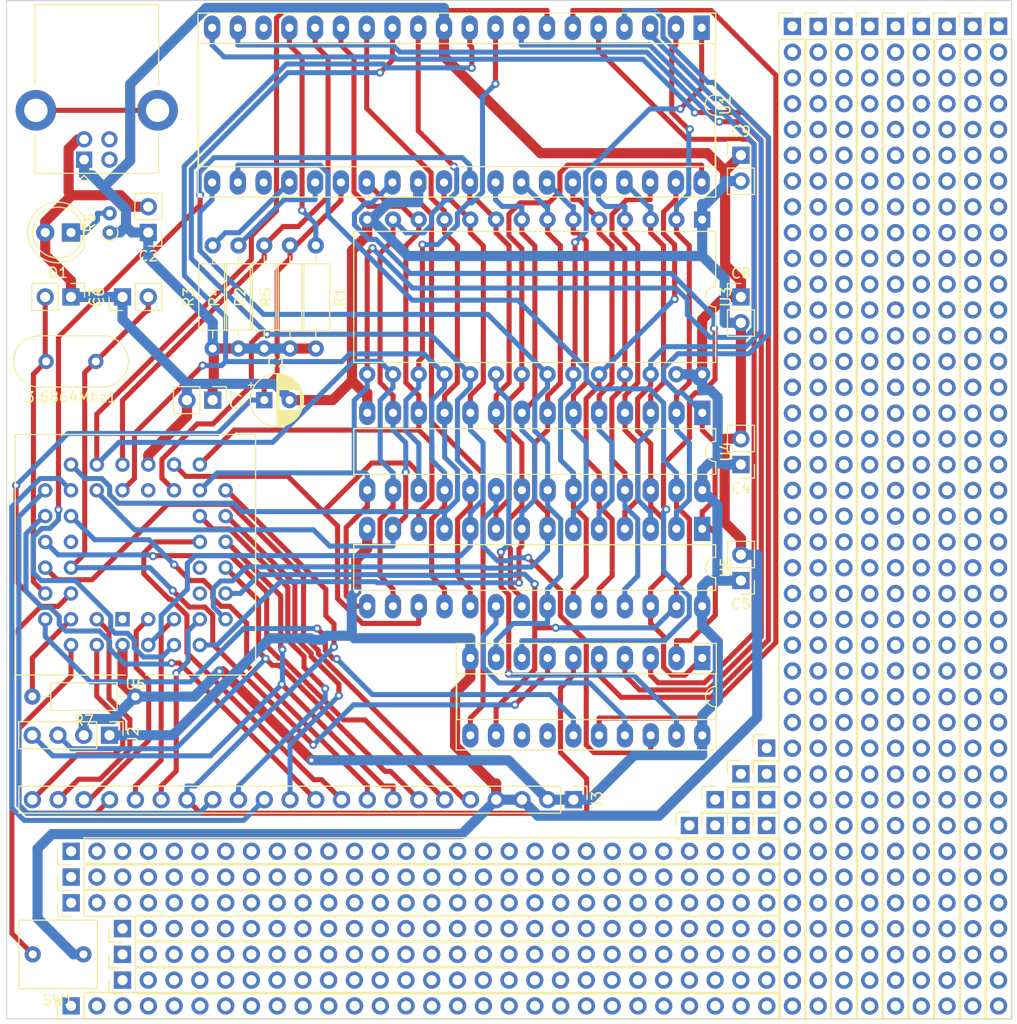
<source format=kicad_pcb>
(kicad_pcb (version 20211014) (generator pcbnew)
  (layers (0 "F.Cu" signal) (31 "B.Cu" signal) (34 "B.Paste" user) (35 "F.Paste" user) (36 "B.SilkS" user "B.Silkscreen") (37 "F.SilkS" user "F.Silkscreen") (38 "B.Mask" user) (39 "F.Mask" user) (44 "Edge.Cuts" user))
  (net 0 "")
  (net 1 "Net-(U1-Pad17)")
  (net 2 "INT\\")
  (net 3 "Net-(R3-Pad2)")
  (net 4 "Net-(R4-Pad2)")
  (net 5 "RES\\")
  (net 6 "/A11")
  (net 7 "/A12")
  (net 8 "/A13")
  (net 9 "/A14")
  (net 10 "/A15")
  (net 11 "X1{slash}CLK")
  (net 12 "/D4")
  (net 13 "/D3")
  (net 14 "/D5")
  (net 15 "/D6")
  (net 16 "/D2")
  (net 17 "/D7")
  (net 18 "/D0")
  (net 19 "/D1")
  (net 21 "MEMRQ\\")
  (net 22 "IORQ\\")
  (net 23 "RD\\")
  (net 24 "WR\\")
  (net 26 "M1\\")
  (net 27 "X2")
  (net 28 "GND")
  (net 29 "/A0")
  (net 30 "/A1")
  (net 31 "/A2")
  (net 32 "/A3")
  (net 33 "/A4")
  (net 34 "/A5")
  (net 35 "/A6")
  (net 36 "/A7")
  (net 37 "/A8")
  (net 38 "/A9")
  (net 39 "/A10")
  (net 40 "M1IOREQ\\")
  (net 42 "CLK")
  (net 43 "RFSH\\")
  (net 47 "unconnected-(J1-Pad5)")
  (net 48 "OP7")
  (net 49 "Net-(U2-Pad17)")
  (net 50 "Net-(U2-Pad18)")
  (net 51 "Net-(U2-Pad19)")
  (net 53 "Net-(R7-Pad2)")
  (net 55 "/B0")
  (net 56 "/B1")
  (net 57 "/B2")
  (net 58 "/B3")
  (net 59 "/B4")
  (net 60 "/B5")
  (net 61 "/B6")
  (net 62 "/B7")
  (net 63 "/B8")
  (net 64 "/B9")
  (net 65 "/B10")
  (net 66 "/B12")
  (net 67 "/B13")
  (net 68 "/B14")
  (net 69 "/B15")
  (net 70 "/B16")
  (net 71 "/B17")
  (net 72 "Net-(D1-Pad1)")
  (net 73 "+5V")
  (footprint "Connector_PinHeader_2.54mm:PinHeader_1x39_P2.54mm_Vertical" (layer "F.Cu") (at 102.87 27.95)
    (fp_text reference "" hide)
    (fp_text value "" hide)
  )
  (footprint "Connector_PinHeader_2.54mm:PinHeader_1x39_P2.54mm_Vertical" (layer "F.Cu") (at 105.41 27.95)
    (fp_text reference "" hide)
    (fp_text value "" hide)
  )
  (footprint "Connector_PinHeader_2.54mm:PinHeader_1x02_P2.54mm_Vertical" (layer "F.Cu") (at 39.37 48.26 180)
    (fp_text reference "C2")
    (fp_text value "100nF")
  )
  (footprint "Connector_PinHeader_2.54mm:PinHeader_1x26_P2.54mm_Vertical" (layer "F.Cu") (at 36.83 119.38 90)
    (fp_text reference "" hide)
    (fp_text value "" hide)
  )
  (footprint "Connector_PinHeader_2.54mm:PinHeader_1x28_P2.54mm_Vertical" (layer "F.Cu") (at 31.765 124.46 90)
    (fp_text reference "" hide)
    (fp_text value "" hide)
  )
  (footprint "Connector_PinHeader_2.54mm:PinHeader_1x39_P2.54mm_Vertical" (layer "F.Cu") (at 120.65 27.95)
    (fp_text reference "" hide)
    (fp_text value "" hide)
  )
  (footprint "Resistor_THT:R_Axial_DIN0207_L6.3mm_D2.5mm_P10.16mm_Horizontal" (layer "F.Cu") (at 50.8 59.69 90)
    (fp_text reference "R2")
    (fp_text value "10K")
  )
  (footprint "Crystal:Crystal_HC18-U_Vertical" (layer "F.Cu") (at 34.2 60.96 180)
    (fp_text reference "3,6864Mhz1")
    (fp_text value "Crystal")
  )
  (footprint "Package_DIP:DIP-20_W7.62mm_Socket_LongPads" (layer "F.Cu") (at 93.975 90.18 -90)
    (fp_text reference "U2" hide)
    (fp_text value "GAL16V8")
  )
  (footprint "Package_DIP:DIP-28_W7.62mm_LongPads" (layer "F.Cu") (at 93.97 77.455 -90)
    (fp_text reference "U5")
    (fp_text value "UM61256")
  )
  (footprint "Connector_PinHeader_2.54mm:PinHeader_1x01_P2.54mm_Vertical" (layer "F.Cu") (at 100.33 106.68)
    (fp_text reference "" hide)
    (fp_text value "" hide)
  )
  (footprint "Connector_PinHeader_2.54mm:PinHeader_1x01_P2.54mm_Vertical" (layer "F.Cu") (at 100.33 99.06)
    (fp_text reference "" hide)
    (fp_text value "" hide)
  )
  (footprint "Connector_PinHeader_2.54mm:PinHeader_1x01_P2.54mm_Vertical" (layer "F.Cu") (at 95.25 106.68)
    (fp_text reference "" hide)
    (fp_text value "" hide)
  )
  (footprint "Resistor_THT:R_Axial_DIN0207_L6.3mm_D2.5mm_P10.16mm_Horizontal" (layer "F.Cu") (at 55.88 49.53 -90)
    (fp_text reference "R1")
    (fp_text value "10K")
  )
  (footprint "Connector_PinHeader_2.54mm:PinHeader_1x01_P2.54mm_Vertical" (layer "F.Cu") (at 92.71 106.68)
    (fp_text reference "" hide)
    (fp_text value "" hide)
  )
  (footprint "Connector_USB:USB_B_Lumberg_2411_02_Horizontal" (layer "F.Cu") (at 33.04 41.0775 90)
    (fp_text reference "J1" hide)
    (fp_text value "USB_B")
  )
  (footprint "Connector_PinHeader_2.54mm:PinHeader_1x39_P2.54mm_Vertical" (layer "F.Cu") (at 107.95 27.95)
    (fp_text reference "" hide)
    (fp_text value "" hide)
  )
  (footprint "Package_DIP:DIP-28_W15.24mm" (layer "F.Cu") (at 93.97 46.985 -90)
    (fp_text reference "U3")
    (fp_text value "27C256")
  )
  (footprint "Connector_PinHeader_2.54mm:PinHeader_1x39_P2.54mm_Vertical" (layer "F.Cu") (at 115.57 27.95)
    (fp_text reference "" hide)
    (fp_text value "" hide)
  )
  (footprint "Connector_PinHeader_2.54mm:PinHeader_1x01_P2.54mm_Vertical" (layer "F.Cu") (at 100.33 104.14)
    (fp_text reference "" hide)
    (fp_text value "" hide)
  )
  (footprint "Connector_PinHeader_2.54mm:PinHeader_1x04_P2.54mm_Vertical" (layer "F.Cu") (at 35.55 97.79 -90)
    (fp_text reference "J2")
    (fp_text value "Conn_01x04_Male")
  )
  (footprint "Connector_PinHeader_2.54mm:PinHeader_1x01_P2.54mm_Vertical" (layer "F.Cu") (at 97.79 101.6)
    (fp_text reference "" hide)
    (fp_text value "" hide)
  )
  (footprint "Connector_PinHeader_2.54mm:PinHeader_1x39_P2.54mm_Vertical" (layer "F.Cu") (at 113.03 27.95)
    (fp_text reference "" hide)
    (fp_text value "" hide)
  )
  (footprint "Package_DIP:DIP-40_W15.24mm_Socket_LongPads" (layer "F.Cu") (at 93.92 28.085 -90)
    (fp_text reference "U1")
    (fp_text value "Z80CPU")
  )
  (footprint "Connector_PinHeader_2.54mm:PinHeader_1x26_P2.54mm_Vertical" (layer "F.Cu") (at 36.83 121.92 90)
    (fp_text reference "" hide)
    (fp_text value "" hide)
  )
  (footprint "Resistor_THT:R_Axial_DIN0207_L6.3mm_D2.5mm_P10.16mm_Horizontal" (layer "F.Cu") (at 53.34 59.69 90)
    (fp_text reference "R5")
    (fp_text value "10K")
  )
  (footprint "Connector_PinHeader_2.54mm:PinHeader_1x26_P2.54mm_Vertical" (layer "F.Cu") (at 36.83 116.84 90)
    (fp_text reference "" hide)
    (fp_text value "" hide)
  )
  (footprint "Connector_PinHeader_2.54mm:PinHeader_1x39_P2.54mm_Vertical" (layer "F.Cu") (at 123.19 27.94)
    (fp_text reference "" hide)
    (fp_text value "" hide)
  )
  (footprint "Resistor_THT:R_Axial_DIN0207_L6.3mm_D2.5mm_P10.16mm_Horizontal" (layer "F.Cu") (at 38.1 93.98 180)
    (fp_text reference "R7")
    (fp_text value "10K")
  )
  (footprint "Connector_PinHeader_2.54mm:PinHeader_1x02_P2.54mm_Vertical" (layer "F.Cu") (at 97.79 71.12 180)
    (fp_text reference "C4")
    (fp_text value "100nF")
  )
  (footprint "Connector_PinHeader_2.54mm:PinHeader_1x28_P2.54mm_Vertical" (layer "F.Cu") (at 31.765 111.76 90)
    (fp_text reference "" hide)
    (fp_text value "" hide)
  )
  (footprint "Connector_PinHeader_2.54mm:PinHeader_1x01_P2.54mm_Vertical" (layer "F.Cu") (at 95.25 104.14)
    (fp_text reference "" hide)
    (fp_text value "" hide)
  )
  (footprint "Connector_PinHeader_2.54mm:PinHeader_1x02_P2.54mm_Vertical" (layer "F.Cu") (at 97.79 54.61)
    (fp_text reference "C8")
    (fp_text value "100nF")
  )
  (footprint "Connector_PinHeader_2.54mm:PinHeader_1x02_P2.54mm_Vertical" (layer "F.Cu") (at 97.79 40.64)
    (fp_text reference "C9")
    (fp_text value "100nF")
  )
  (footprint "Resistor_THT:R_Axial_DIN0207_L6.3mm_D2.5mm_P10.16mm_Horizontal" (layer "F.Cu") (at 45.72 59.69 90)
    (fp_text reference "R3")
    (fp_text value "10K")
  )
  (footprint "Package_DIP:DIP-28_W7.62mm_LongPads" (layer "F.Cu") (at 93.98 66.025 -90)
    (fp_text reference "U4")
    (fp_text value "UM61256")
  )
  (footprint "Connector_PinHeader_2.54mm:PinHeader_1x01_P2.54mm_Vertical" (layer "F.Cu") (at 97.79 104.14)
    (fp_text reference "" hide)
    (fp_text value "" hide)
  )
  (footprint "Connector_PinHeader_2.54mm:PinHeader_1x02_P2.54mm_Vertical" (layer "F.Cu") (at 36.83 54.61 90)
    (fp_text reference "C6")
    (fp_text value "20pF")
  )
  (footprint "Connector_PinHeader_2.54mm:PinHeader_1x22_P2.54mm_Vertical" (layer "F.Cu") (at 81.285 104.14 -90)
    (fp_text reference "J3")
    (fp_text value "Conn_01x22")
  )
  (footprint "Capacitor_THT:C_Rect_L7.5mm_W6.5mm_P5.00mm" (layer "F.Cu") (at 32.98 119.38 180)
    (fp_text reference "SW1")
    (fp_text value "SW_Push")
  )
  (footprint "Resistor_THT:R_Axial_DIN0207_L6.3mm_D2.5mm_P10.16mm_Horizontal" (layer "F.Cu") (at 48.26 59.69 90)
    (fp_text reference "R4")
    (fp_text value "10K")
  )
  (footprint "Connector_PinHeader_2.54mm:PinHeader_1x39_P2.54mm_Vertical" (layer "F.Cu") (at 118.11 27.95)
    (fp_text reference "" hide)
    (fp_text value "" hide)
  )
  (footprint "Connector_PinHeader_2.54mm:PinHeader_1x02_P2.54mm_Vertical" (layer "F.Cu") (at 45.72 64.77 -90)
    (fp_text reference "C7")
    (fp_text value "100nF")
  )
  (footprint "Package_LCC:PLCC-44_THT-Socket" (layer "F.Cu") (at 36.83 86.36 180)
    (fp_text reference "U6")
    (fp_text value "SCC68681C1A44")
  )
  (footprint "Connector_PinHeader_2.54mm:PinHeader_1x01_P2.54mm_Vertical" (layer "F.Cu") (at 97.79 106.68)
    (fp_text reference "" hide)
    (fp_text value "" hide)
  )
  (footprint "Connector_PinHeader_2.54mm:PinHeader_1x01_P2.54mm_Vertical" (layer "F.Cu") (at 100.33 101.6)
    (fp_text reference "" hide)
    (fp_text value "" hide)
  )
  (footprint "Connector_PinHeader_2.54mm:PinHeader_1x28_P2.54mm_Vertical" (layer "F.Cu") (at 31.765 109.22 90)
    (fp_text reference "" hide)
    (fp_text value "" hide)
  )
  (footprint "LED_THT:LED_D5.0mm_IRGrey" (layer "F.Cu") (at 31.75 48.26 180)
    (fp_text reference "D1")
    (fp_text value "LD271")
  )
  (footprint "Connector_PinHeader_2.54mm:PinHeader_1x28_P2.54mm_Vertical" (layer "F.Cu") (at 31.765 114.3 90)
    (fp_text reference "" hide)
    (fp_text value "" hide)
  )
  (footprint "Connector_PinHeader_2.54mm:PinHeader_1x39_P2.54mm_Vertical" (layer "F.Cu") (at 110.49 27.95)
    (fp_text reference "" hide)
    (fp_text value "" hide)
  )
  (footprint "Capacitor_THT:CP_Radial_D5.0mm_P2.50mm" (layer "F.Cu") (at 50.8 64.77)
    (fp_text reference "C1")
    (fp_text value "C_Polarized")
  )
  (footprint "Resistor_THT:R_Axial_DIN0204_L3.6mm_D1.6mm_P1.90mm_Vertical" (layer "F.Cu") (at 35.56 48.26 90)
    (fp_text reference "R6")
    (fp_text value "1K")
  )
  (footprint "Connector_PinHeader_2.54mm:PinHeader_1x02_P2.54mm_Vertical" (layer "F.Cu") (at 31.75 54.61 -90)
    (fp_text reference "C3")
    (fp_text value "20pF")
  )
  (footprint "Connector_PinHeader_2.54mm:PinHeader_1x02_P2.54mm_Vertical" (layer "F.Cu") (at 97.79 82.55 180)
    (fp_text reference "C5")
    (fp_text value "100nF")
  )
  (gr_line (start 25.4 125.73) (end 25.4 25.4) (layer "Edge.Cuts") (width 0.1))
  (gr_line (start 124.46 125.73) (end 124.46 25.4) (layer "Edge.Cuts") (width 0.1))
  (gr_line (start 25.4 125.73) (end 124.46 125.73) (layer "Edge.Cuts") (width 0.1))
  (gr_line (start 25.4 25.4) (end 124.46 25.4) (layer "Edge.Cuts") (width 0.1))
  (segment (start 54.5303 31.0353) (end 54.5303 46.08) (width 0.5) (layer "F.Cu") (net 1))
  (segment (start 53.28 29.785) (end 54.5303 31.0353) (width 0.5) (layer "F.Cu") (net 1))
  (segment (start 53.28 28.085) (end 53.28 29.785) (width 0.5) (layer "F.Cu") (net 1))
  (via (at 54.5303 46.08) (size 0.8) (drill 0.4) (layers "F.Cu" "B.Cu") (net 1))
  (segment (start 55.88 47.4297) (end 54.5303 46.08) (width 0.5) (layer "B.Cu") (net 1))
  (segment (start 55.88 49.53) (end 55.88 47.4297) (width 0.5) (layer "B.Cu") (net 1))
  (segment (start 36.83 64.8) (end 50.8 50.83) (width 0.5) (layer "F.Cu") (net 2))
  (segment (start 54.1593 47.6718) (end 52.6582 47.6718) (width 0.5) (layer "F.Cu") (net 2))
  (segment (start 57.09 44.7411) (end 54.1593 47.6718) (width 0.5) (layer "F.Cu") (net 2))
  (segment (start 50.8 49.53) (end 50.8 50.83) (width 0.5) (layer "F.Cu") (net 2))
  (segment (start 55.82 29.785) (end 57.09 31.055) (width 0.5) (layer "F.Cu") (net 2))
  (segment (start 52.6582 47.6718) (end 50.8 49.53) (width 0.5) (layer "F.Cu") (net 2))
  (segment (start 36.83 71.12) (end 36.83 64.8) (width 0.5) (layer "F.Cu") (net 2))
  (segment (start 57.09 31.055) (end 57.09 44.7411) (width 0.5) (layer "F.Cu") (net 2))
  (segment (start 55.82 28.085) (end 55.82 29.785) (width 0.5) (layer "F.Cu") (net 2))
  (segment (start 46.9704 48.2796) (end 48.3254 48.2796) (width 0.5) (layer "B.Cu") (net 3))
  (segment (start 48.3254 48.2796) (end 53.28 43.325) (width 0.5) (layer "B.Cu") (net 3))
  (segment (start 45.72 49.53) (end 46.9704 48.2796) (width 0.5) (layer "B.Cu") (net 3))
  (segment (start 55.82 43.325) (end 55.82 45.025) (width 0.5) (layer "B.Cu") (net 4))
  (segment (start 52.765 45.025) (end 55.82 45.025) (width 0.5) (layer "B.Cu") (net 4))
  (segment (start 48.26 49.53) (end 52.765 45.025) (width 0.5) (layer "B.Cu") (net 4))
  (segment (start 52.07 52.1) (end 52.07 62.2) (width 0.5) (layer "F.Cu") (net 5))
  (segment (start 26.3372 82.6277) (end 28.7995 85.09) (width 0.5) (layer "F.Cu") (net 5))
  (segment (start 53.34 50.83) (end 52.07 52.1) (width 0.5) (layer "F.Cu") (net 5))
  (segment (start 50.8 64.77) (end 50.8 63.47) (width 0.5) (layer "F.Cu") (net 5))
  (segment (start 25.9266 87.9629) (end 28.7995 85.09) (width 0.5) (layer "F.Cu") (net 5))
  (segment (start 30.48 85.09) (end 31.75 83.82) (width 0.5) (layer "F.Cu") (net 5))
  (segment (start 26.3372 73.1747) (end 26.3372 82.6277) (width 0.5) (layer "F.Cu") (net 5))
  (segment (start 53.34 50.1202) (end 58.36 45.1002) (width 0.5) (layer "F.Cu") (net 5))
  (segment (start 58.36 45.1002) (end 58.36 43.325) (width 0.5) (layer "F.Cu") (net 5))
  (segment (start 25.9266 117.3266) (end 25.9266 87.9629) (width 0.5) (layer "F.Cu") (net 5))
  (segment (start 53.34 49.53) (end 53.34 50.1202) (width 0.5) (layer "F.Cu") (net 5))
  (segment (start 27.98 119.38) (end 25.9266 117.3266) (width 0.5) (layer "F.Cu") (net 5))
  (segment (start 28.7995 85.09) (end 30.48 85.09) (width 0.5) (layer "F.Cu") (net 5))
  (segment (start 53.34 50.1202) (end 53.34 50.83) (width 0.5) (layer "F.Cu") (net 5))
  (segment (start 52.07 62.2) (end 50.8 63.47) (width 0.5) (layer "F.Cu") (net 5))
  (via (at 26.3372 73.1747) (size 0.8) (drill 0.4) (layers "F.Cu" "B.Cu") (net 5))
  (segment (start 31.4548 68.0571) (end 26.3372 73.1747) (width 0.5) (layer "B.Cu") (net 5))
  (segment (start 46.2129 68.0571) (end 31.4548 68.0571) (width 0.5) (layer "B.Cu") (net 5))
  (segment (start 49.5 64.77) (end 46.2129 68.0571) (width 0.5) (layer "B.Cu") (net 5))
  (segment (start 50.8 64.77) (end 49.5 64.77) (width 0.5) (layer "B.Cu") (net 5))
  (segment (start 81.27 60.925) (end 81.4427 60.7523) (width 0.5) (layer "F.Cu") (net 6))
  (segment (start 82.5399 82.1051) (end 81.27 83.375) (width 0.5) (layer "F.Cu") (net 6))
  (segment (start 81.3825 75.345) (end 82.5399 76.5024) (width 0.5) (layer "F.Cu") (net 6))
  (segment (start 82.5399 76.5024) (end 82.5399 82.1051) (width 0.5) (layer "F.Cu") (net 6))
  (segment (start 81.4427 60.7523) (end 81.4427 49.2233) (width 0.5) (layer "F.Cu") (net 6))
  (segment (start 81.28 73.645) (end 81.28 75.345) (width 0.5) (layer "F.Cu") (net 6))
  (segment (start 93.92 28.085) (end 93.92 33.9804) (width 0.5) (layer "F.Cu") (net 6))
  (segment (start 81.27 85.075) (end 81.27 83.375) (width 0.5) (layer "F.Cu") (net 6))
  (segment (start 81.27 62.225) (end 81.27 60.925) (width 0.5) (layer "F.Cu") (net 6))
  (segment (start 81.28 75.345) (end 81.3825 75.345) (width 0.5) (layer "F.Cu") (net 6))
  (segment (start 93.92 33.9804) (end 91.8194 36.081) (width 0.5) (layer "F.Cu") (net 6))
  (via (at 81.4427 49.2233) (size 0.8) (drill 0.4) (layers "F.Cu" "B.Cu") (net 6))
  (via (at 91.8194 36.081) (size 0.8) (drill 0.4) (layers "F.Cu" "B.Cu") (net 6))
  (segment (start 82.49 44.2501) (end 82.49 42.3989) (width 0.5) (layer "B.Cu") (net 6))
  (segment (start 81.28 73.645) (end 81.28 71.945) (width 0.5) (layer "B.Cu") (net 6))
  (segment (start 80.0101 70.6751) (end 80.0101 64.7849) (width 0.5) (layer "B.Cu") (net 6))
  (segment (start 81.28 71.945) (end 80.0101 70.6751) (width 0.5) (layer "B.Cu") (net 6))
  (segment (start 80.0101 64.7849) (end 81.27 63.525) (width 0.5) (layer "B.Cu") (net 6))
  (segment (start 82.54 44.3001) (end 82.49 44.2501) (width 0.5) (layer "B.Cu") (net 6))
  (segment (start 82.54 48.126) (end 82.54 44.3001) (width 0.5) (layer "B.Cu") (net 6))
  (segment (start 81.27 62.225) (end 81.27 63.525) (width 0.5) (layer "B.Cu") (net 6))
  (segment (start 82.49 42.3989) (end 88.8079 36.081) (width 0.5) (layer "B.Cu") (net 6))
  (segment (start 88.8079 36.081) (end 91.8194 36.081) (width 0.5) (layer "B.Cu") (net 6))
  (segment (start 81.4427 49.2233) (end 82.54 48.126) (width 0.5) (layer "B.Cu") (net 6))
  (segment (start 91.38 28.085) (end 91.38 29.785) (width 0.5) (layer "F.Cu") (net 7))
  (segment (start 92.6165 38.0806) (end 92.7561 38.0806) (width 0.5) (layer "F.Cu") (net 7))
  (segment (start 92.6998 63.0652) (end 91.44 64.325) (width 0.5) (layer "F.Cu") (net 7))
  (segment (start 90.9691 36.4332) (end 92.6165 38.0806) (width 0.5) (layer "F.Cu") (net 7))
  (segment (start 91.43 46.985) (end 91.43 48.285) (width 0.5) (layer "F.Cu") (net 7))
  (segment (start 91.44 66.025) (end 91.44 64.325) (width 0.5) (layer "F.Cu") (net 7))
  (segment (start 91.38 29.785) (end 90.9691 30.1959) (width 0.5) (layer "F.Cu") (net 7))
  (segment (start 90.9691 30.1959) (end 90.9691 36.4332) (width 0.5) (layer "F.Cu") (net 7))
  (segment (start 92.6998 49.5548) (end 92.6998 63.0652) (width 0.5) (layer "F.Cu") (net 7))
  (segment (start 91.43 48.285) (end 92.6998 49.5548) (width 0.5) (layer "F.Cu") (net 7))
  (via (at 92.7561 38.0806) (size 0.8) (drill 0.4) (layers "F.Cu" "B.Cu") (net 7))
  (segment (start 92.7099 68.9949) (end 92.7099 74.5826) (width 0.5) (layer "B.Cu") (net 7))
  (segment (start 91.43 46.985) (end 91.43 45.685) (width 0.5) (layer "B.Cu") (net 7))
  (segment (start 91.43 45.685) (end 92.6499 44.4651) (width 0.5) (layer "B.Cu") (net 7))
  (segment (start 92.7099 74.5826) (end 91.5375 75.755) (width 0.5) (layer "B.Cu") (net 7))
  (segment (start 91.43 77.455) (end 91.43 75.755) (width 0.5) (layer "B.Cu") (net 7))
  (segment (start 91.44 66.025) (end 91.44 67.725) (width 0.5) (layer "B.Cu") (net 7))
  (segment (start 92.6499 38.1868) (end 92.7561 38.0806) (width 0.5) (layer "B.Cu") (net 7))
  (segment (start 91.44 67.725) (end 92.7099 68.9949) (width 0.5) (layer "B.Cu") (net 7))
  (segment (start 92.6499 44.4651) (end 92.6499 38.1868) (width 0.5) (layer "B.Cu") (net 7))
  (segment (start 91.5375 75.755) (end 91.43 75.755) (width 0.5) (layer "B.Cu") (net 7))
  (segment (start 87.6104 64.6241) (end 87.6104 67.7947) (width 0.5) (layer "F.Cu") (net 8))
  (segment (start 88.89 62.225) (end 88.89 63.3445) (width 0.5) (layer "F.Cu") (net 8))
  (segment (start 90.165 88.05) (end 90.165 91.0819) (width 0.5) (layer "F.Cu") (net 8))
  (segment (start 90.165 91.0819) (end 90.9556 91.8725) (width 0.5) (layer "F.Cu") (net 8))
  (segment (start 92.2825 91.8725) (end 93.975 90.18) (width 0.5) (layer "F.Cu") (net 8))
  (segment (start 88.9 75.345) (end 89.0002 75.345) (width 0.5) (layer "F.Cu") (net 8))
  (segment (start 88.9 73.645) (end 88.9 75.345) (width 0.5) (layer "F.Cu") (net 8))
  (segment (start 90.9556 91.8725) (end 92.2825 91.8725) (width 0.5) (layer "F.Cu") (net 8))
  (segment (start 90.1599 82.1051) (end 88.89 83.375) (width 0.5) (layer "F.Cu") (net 8))
  (segment (start 87.6104 67.7947) (end 88.9 69.0843) (width 0.5) (layer "F.Cu") (net 8))
  (segment (start 88.9 69.0843) (end 88.9 73.645) (width 0.5) (layer "F.Cu") (net 8))
  (segment (start 90.1599 76.5047) (end 90.1599 82.1051) (width 0.5) (layer "F.Cu") (net 8))
  (segment (start 88.89 85.075) (end 88.89 86.775) (width 0.5) (layer "F.Cu") (net 8))
  (segment (start 88.89 63.3445) (end 87.6104 64.6241) (width 0.5) (layer "F.Cu") (net 8))
  (segment (start 88.89 85.075) (end 88.89 83.375) (width 0.5) (layer "F.Cu") (net 8))
  (segment (start 89.0002 75.345) (end 90.1599 76.5047) (width 0.5) (layer "F.Cu") (net 8))
  (segment (start 88.89 86.775) (end 90.165 88.05) (width 0.5) (layer "F.Cu") (net 8))
  (segment (start 88.89 60.925) (end 90.3095 59.5055) (width 0.5) (layer "B.Cu") (net 8))
  (segment (start 88.84 28.7382) (end 88.84 28.085) (width 0.5) (layer "B.Cu") (net 8))
  (segment (start 95.195 35.0932) (end 88.84 28.7382) (width 0.5) (layer "B.Cu") (net 8))
  (segment (start 99.7907 39.1803) (end 95.7036 35.0932) (width 0.5) (layer "B.Cu") (net 8))
  (segment (start 95.7036 35.0932) (end 95.195 35.0932) (width 0.5) (layer "B.Cu") (net 8))
  (segment (start 98.2772 59.5055) (end 99.7907 57.992) (width 0.5) (layer "B.Cu") (net 8))
  (segment (start 99.7907 57.992) (end 99.7907 39.1803) (width 0.5) (layer "B.Cu") (net 8))
  (segment (start 88.89 62.225) (end 88.89 60.925) (width 0.5) (layer "B.Cu") (net 8))
  (segment (start 90.3095 59.5055) (end 98.2772 59.5055) (width 0.5) (layer "B.Cu") (net 8))
  (segment (start 93.98 66.025) (end 93.98 67.725) (width 0.5) (layer "F.Cu") (net 9))
  (segment (start 93.97 76.605) (end 93.97 75.755) (width 0.5) (layer "F.Cu") (net 9))
  (segment (start 93.97 76.605) (end 95.2695 77.9045) (width 0.5) (layer "F.Cu") (net 9))
  (segment (start 93.97 77.455) (end 93.97 76.605) (width 0.5) (layer "F.Cu") (net 9))
  (segment (start 91.435 90.18) (end 91.435 88.48) (width 0.5) (layer "F.Cu") (net 9))
  (segment (start 92.7535 88.48) (end 91.435 88.48) (width 0.5) (layer "F.Cu") (net 9))
  (segment (start 95.2695 85.964) (end 92.7535 88.48) (width 0.5) (layer "F.Cu") (net 9))
  (segment (start 94.0495 75.755) (end 93.97 75.755) (width 0.5) (layer "F.Cu") (net 9))
  (segment (start 93.98 67.725) (end 95.2396 68.9846) (width 0.5) (layer "F.Cu") (net 9))
  (segment (start 95.2695 77.9045) (end 95.2695 85.964) (width 0.5) (layer "F.Cu") (net 9))
  (segment (start 95.2396 74.5649) (end 94.0495 75.755) (width 0.5) (layer "F.Cu") (net 9))
  (segment (start 95.2396 68.9846) (end 95.2396 74.5649) (width 0.5) (layer "F.Cu") (net 9))
  (segment (start 90.16 61.6308) (end 91.5849 60.2059) (width 0.5) (layer "B.Cu") (net 9))
  (segment (start 100.5209 38.9158) (end 95.076 33.4709) (width 0.5) (layer "B.Cu") (net 9))
  (segment (start 91.5849 60.2059) (end 98.5673 60.2059) (width 0.5) (layer "B.Cu") (net 9))
  (segment (start 89.342 26.385) (end 86.3 26.385) (width 0.5) (layer "B.Cu") (net 9))
  (segment (start 94.5656 33.4709) (end 90.11 29.0153) (width 0.5) (layer "B.Cu") (net 9))
  (segment (start 91.9798 64.0248) (end 91.4601 64.0248) (width 0.5) (layer "B.Cu") (net 9))
  (segment (start 90.11 29.0153) (end 90.11 27.153) (width 0.5) (layer "B.Cu") (net 9))
  (segment (start 100.5209 58.2523) (end 100.5209 38.9158) (width 0.5) (layer "B.Cu") (net 9))
  (segment (start 95.076 33.4709) (end 94.5656 33.4709) (width 0.5) (layer "B.Cu") (net 9))
  (segment (start 90.16 62.7247) (end 90.16 61.6308) (width 0.5) (layer "B.Cu") (net 9))
  (segment (start 91.4601 64.0248) (end 90.16 62.7247) (width 0.5) (layer "B.Cu") (net 9))
  (segment (start 93.98 66.025) (end 91.9798 64.0248) (width 0.5) (layer "B.Cu") (net 9))
  (segment (start 98.5673 60.2059) (end 100.5209 58.2523) (width 0.5) (layer "B.Cu") (net 9))
  (segment (start 86.3 28.085) (end 86.3 26.385) (width 0.5) (layer "B.Cu") (net 9))
  (segment (start 90.11 27.153) (end 89.342 26.385) (width 0.5) (layer "B.Cu") (net 9))
  (segment (start 89.6406 92.6256) (end 88.895 91.88) (width 0.5) (layer "F.Cu") (net 10))
  (segment (start 83.76 30.3275) (end 92.5082 39.0757) (width 0.5) (layer "F.Cu") (net 10))
  (segment (start 88.895 90.18) (end 88.895 91.88) (width 0.5) (layer "F.Cu") (net 10))
  (segment (start 98.5973 39.0757) (end 99.0904 39.5688) (width 0.5) (layer "F.Cu") (net 10))
  (segment (start 92.5082 39.0757) (end 98.5973 39.0757) (width 0.5) (layer "F.Cu") (net 10))
  (segment (start 94.1846 92.6256) (end 89.6406 92.6256) (width 0.5) (layer "F.Cu") (net 10))
  (segment (start 99.0904 39.5688) (end 99.0904 87.7198) (width 0.5) (layer "F.Cu") (net 10))
  (segment (start 83.76 28.085) (end 83.76 30.3275) (width 0.5) (layer "F.Cu") (net 10))
  (segment (start 99.0904 87.7198) (end 94.1846 92.6256) (width 0.5) (layer "F.Cu") (net 10))
  (segment (start 45.72 85.925) (end 45.72 88.8238) (width 0.5) (layer "F.Cu") (net 11))
  (segment (start 34.2 60.96) (end 39.2 55.96) (width 0.5) (layer "F.Cu") (net 11))
  (segment (start 45.72 88.8238) (end 55.639 98.7428) (width 0.5) (layer "F.Cu") (net 11))
  (segment (start 31.75 81.28) (end 33.1018 79.9282) (width 0.5) (layer "F.Cu") (net 11))
  (segment (start 78.735 90.18) (end 78.735 91.88) (width 0.5) (layer "F.Cu") (net 11))
  (segment (start 39.37 54.61) (end 39.37 55.96) (width 0.5) (layer "F.Cu") (net 11))
  (segment (start 44.9552 85.1602) (end 45.72 85.925) (width 0.5) (layer "F.Cu") (net 11))
  (segment (start 39.2 55.96) (end 39.37 55.96) (width 0.5) (layer "F.Cu") (net 11))
  (segment (start 78.735 91.88) (end 78.4301 91.88) (width 0.5) (layer "F.Cu") (net 11))
  (segment (start 78.4301 91.88) (end 75.5148 94.7953) (width 0.5) (layer "F.Cu") (net 11))
  (segment (start 43.4048 85.1602) (end 44.9552 85.1602) (width 0.5) (layer "F.Cu") (net 11))
  (segment (start 41.7808 83.5362) (end 43.4048 85.1602) (width 0.5) (layer "F.Cu") (net 11))
  (segment (start 33.1018 79.9282) (end 33.1018 62.0582) (width 0.5) (layer "F.Cu") (net 11))
  (segment (start 33.1018 62.0582) (end 34.2 60.96) (width 0.5) (layer "F.Cu") (net 11))
  (via (at 55.639 98.7428) (size 0.8) (drill 0.4) (layers "F.Cu" "B.Cu") (net 11))
  (via (at 41.7808 83.5362) (size 0.8) (drill 0.4) (layers "F.Cu" "B.Cu") (net 11))
  (via (at 75.5148 94.7953) (size 0.8) (drill 0.4) (layers "F.Cu" "B.Cu") (net 11))
  (segment (start 59.5865 94.7953) (end 55.639 98.7428) (width 0.5) (layer "B.Cu") (net 11))
  (segment (start 31.75 81.28) (end 39.5246 81.28) (width 0.5) (layer "B.Cu") (net 11))
  (segment (start 75.5148 94.7953) (end 59.5865 94.7953) (width 0.5) (layer "B.Cu") (net 11))
  (segment (start 39.5246 81.28) (end 41.7808 83.5362) (width 0.5) (layer "B.Cu") (net 11))
  (segment (start 49.53 48.6067) (end 52.01 46.1267) (width 0.5) (layer "F.Cu") (net 12))
  (segment (start 78.68 28.085) (end 78.68 26.385) (width 0.5) (layer "F.Cu") (net 12))
  (segment (start 63.5 73.645) (end 63.5 75.345) (width 0.5) (layer "F.Cu") (net 12))
  (segment (start 34.29 66.1592) (end 49.53 50.9192) (width 0.5) (layer "F.Cu") (net 12))
  (segment (start 34.29 71.12) (end 34.29 66.1592) (width 0.5) (layer "F.Cu") (net 12))
  (segment (start 63.49 85.075) (end 63.49 83.375) (width 0.5) (layer "F.Cu") (net 12))
  (segment (start 63.5 75.345) (end 63.3925 75.345) (width 0.5) (layer "F.Cu") (net 12))
  (segment (start 52.01 46.1267) (end 52.01 27.1269) (width 0.5) (layer "F.Cu") (net 12))
  (segment (start 63.3925 75.345) (end 62.2201 76.5174) (width 0.5) (layer "F.Cu") (net 12))
  (segment (start 49.53 50.9192) (end 49.53 48.6067) (width 0.5) (layer "F.Cu") (net 12))
  (segment (start 62.2201 82.1051) (end 63.49 83.375) (width 0.5) (layer "F.Cu") (net 12))
  (segment (start 62.2201 76.5174) (end 62.2201 82.1051) (width 0.5) (layer "F.Cu") (net 12))
  (segment (start 52.01 27.1269) (end 52.7519 26.385) (width 0.5) (layer "F.Cu") (net 12))
  (segment (start 52.7519 26.385) (end 78.68 26.385) (width 0.5) (layer "F.Cu") (net 12))
  (segment (start 51.627 68.9341) (end 59.6129 60.9482) (width 0.5) (layer "B.Cu") (net 12))
  (segment (start 34.29 71.12) (end 36.4759 68.9341) (width 0.5) (layer "B.Cu") (net 12))
  (segment (start 36.4759 68.9341) (end 51.627 68.9341) (width 0.5) (layer "B.Cu") (net 12))
  (segment (start 63.49 62.225) (end 63.49 63.525) (width 0.5) (layer "B.Cu") (net 12))
  (segment (start 62.2301 70.6751) (end 62.2301 64.7849) (width 0.5) (layer "B.Cu") (net 12))
  (segment (start 62.2301 64.7849) (end 63.49 63.525) (width 0.5) (layer "B.Cu") (net 12))
  (segment (start 59.6129 60.9482) (end 62.2132 60.9482) (width 0.5) (layer "B.Cu") (net 12))
  (segment (start 63.5 71.945) (end 62.2301 70.6751) (width 0.5) (layer "B.Cu") (net 12))
  (segment (start 62.2132 60.9482) (end 63.49 62.225) (width 0.5) (layer "B.Cu") (net 12))
  (segment (start 63.5 73.645) (end 63.5 71.945) (width 0.5) (layer "B.Cu") (net 12))
  (segment (start 60.8537 75.345) (end 58.8731 77.3256) (width 0.5) (layer "F.Cu") (net 13))
  (segment (start 60.95 50.3149) (end 61.4746 49.7903) (width 0.5) (layer "F.Cu") (net 13))
  (segment (start 60.95 62.225) (end 60.95 50.3149) (width 0.5) (layer "F.Cu") (net 13))
  (segment (start 60.96 73.645) (end 60.96 75.345) (width 0.5) (layer "F.Cu") (net 13))
  (segment (start 59.9174 85.075) (end 60.95 85.075) (width 0.5) (layer "F.Cu") (net 13))
  (segment (start 58.8731 84.0307) (end 59.9174 85.075) (width 0.5) (layer "F.Cu") (net 13))
  (segment (start 60.96 75.345) (end 60.8537 75.345) (width 0.5) (layer "F.Cu") (net 13))
  (segment (start 58.8731 77.3256) (end 58.8731 84.0307) (width 0.5) (layer "F.Cu") (net 13))
  (via (at 61.4746 49.7903) (size 0.8) (drill 0.4) (layers "F.Cu" "B.Cu") (net 13))
  (segment (start 76.14 28.085) (end 76.14 29.785) (width 0.5) (layer "B.Cu") (net 13))
  (segment (start 99.0903 39.5429) (end 99.0903 57.7019) (width 0.5) (layer "B.Cu") (net 13))
  (segment (start 60.7601 71.945) (end 60.96 72.1449) (width 0.5) (layer "B.Cu") (net 13))
  (segment (start 94.7503 58.5928) (end 92.5071 56.3496) (width 0.5) (layer "B.Cu") (net 13))
  (segment (start 95.5119 36.4939) (end 96.0413 36.4939) (width 0.5) (layer "B.Cu") (net 13))
  (segment (start 88.803 29.785) (end 95.5119 36.4939) (width 0.5) (layer "B.Cu") (net 13))
  (segment (start 59.6692 71.945) (end 59.6692 64.8058) (width 0.5) (layer "B.Cu") (net 13))
  (segment (start 92.5071 54.8628) (end 91.3761 53.7318) (width 0.5) (layer "B.Cu") (net 13))
  (segment (start 60.96 73.645) (end 60.96 72.1449) (width 0.5) (layer "B.Cu") (net 13))
  (segment (start 96.0413 36.4939) (end 99.0903 39.5429) (width 0.5) (layer "B.Cu") (net 13))
  (segment (start 46.165 71.945) (end 59.6692 71.945) (width 0.5) (layer "B.Cu") (net 13))
  (segment (start 98.1994 58.5928) (end 94.7503 58.5928) (width 0.5) (layer "B.Cu") (net 13))
  (segment (start 59.6692 71.945) (end 60.7601 71.945) (width 0.5) (layer "B.Cu") (net 13))
  (segment (start 99.0903 57.7019) (end 98.1994 58.5928) (width 0.5) (layer "B.Cu") (net 13))
  (segment (start 44.45 73.66) (end 46.165 71.945) (width 0.5) (layer "B.Cu") (net 13))
  (segment (start 60.95 62.225) (end 60.95 63.525) (width 0.5) (layer "B.Cu") (net 13))
  (segment (start 59.6692 64.8058) (end 60.95 63.525) (width 0.5) (layer "B.Cu") (net 13))
  (segment (start 76.14 29.785) (end 88.803 29.785) (width 0.5) (layer "B.Cu") (net 13))
  (segment (start 92.5071 56.3496) (end 92.5071 54.8628) (width 0.5) (layer "B.Cu") (net 13))
  (segment (start 91.3761 53.7318) (end 65.4161 53.7318) (width 0.5) (layer "B.Cu") (net 13))
  (segment (start 65.4161 53.7318) (end 61.4746 49.7903) (width 0.5) (layer "B.Cu") (net 13))
  (segment (start 61.4039 70.9679) (end 56.6138 75.758) (width 0.5) (layer "F.Cu") (net 14))
  (segment (start 65.0629 70.9679) (end 61.4039 70.9679) (width 0.5) (layer "F.Cu") (net 14))
  (segment (start 56.6138 75.758) (end 58.0263 77.1706) (width 0.5) (layer "F.Cu") (net 14))
  (segment (start 66.04 71.945) (end 65.0629 70.9679) (width 0.5) (layer "F.Cu") (net 14))
  (segment (start 43.0746 72.2846) (end 53.1403 72.2846) (width 0.5) (layer "F.Cu") (net 14))
  (segment (start 58.0263 77.1706) (end 58.0263 84.3219) (width 0.5) (layer "F.Cu") (net 14))
  (segment (start 53.1403 72.2846) (end 56.6138 75.758) (width 0.5) (layer "F.Cu") (net 14))
  (segment (start 73.6 28.085) (end 73.6 33.608) (width 0.5) (layer "F.Cu") (net 14))
  (segment (start 41.91 71.12) (end 43.0746 72.2846) (width 0.5) (layer "F.Cu") (net 14))
  (segment (start 60.4794 86.775) (end 66.03 86.775) (width 0.5) (layer "F.Cu") (net 14))
  (segment (start 58.0263 84.3219) (end 60.4794 86.775) (width 0.5) (layer "F.Cu") (net 14))
  (segment (start 66.3935 60.5615) (end 66.3935 49.4468) (width 0.5) (layer "F.Cu") (net 14))
  (segment (start 66.03 85.075) (end 66.03 86.775) (width 0.5) (layer "F.Cu") (net 14))
  (segment (start 66.03 60.925) (end 66.3935 60.5615) (width 0.5) (layer "F.Cu") (net 14))
  (segment (start 66.04 73.645) (end 66.04 71.945) (width 0.5) (layer "F.Cu") (net 14))
  (segment (start 66.03 62.225) (end 66.03 60.925) (width 0.5) (layer "F.Cu") (net 14))
  (via (at 73.6 33.608) (size 0.8) (drill 0.4) (layers "F.Cu" "B.Cu") (net 14))
  (via (at 66.3935 49.4468) (size 0.8) (drill 0.4) (layers "F.Cu" "B.Cu") (net 14))
  (segment (start 70.9029 45.3354) (end 71.2598 45.3354) (width 0.5) (layer "B.Cu") (net 14))
  (segment (start 69.84 46.3983) (end 70.9029 45.3354) (width 0.5) (layer "B.Cu") (net 14))
  (segment (start 71.2598 45.3354) (end 72.3185 44.2767) (width 0.5) (layer "B.Cu") (net 14))
  (segment (start 66.04 69.0843) (end 64.7701 67.8144) (width 0.5) (layer "B.Cu") (net 14))
  (segment (start 69.84 47.5152) (end 69.84 46.3983) (width 0.5) (layer "B.Cu") (net 14))
  (segment (start 66.04 73.645) (end 66.04 69.0843) (width 0.5) (layer "B.Cu") (net 14))
  (segment (start 67.9084 49.4468) (end 69.84 47.5152) (width 0.5) (layer "B.Cu") (net 14))
  (segment (start 72.3185 44.2767) (end 72.3185 34.8895) (width 0.5) (layer "B.Cu") (net 14))
  (segment (start 66.3935 49.4468) (end 67.9084 49.4468) (width 0.5) (layer "B.Cu") (net 14))
  (segment (start 64.7701 64.7849) (end 66.03 63.525) (width 0.5) (layer "B.Cu") (net 14))
  (segment (start 66.03 62.225) (end 66.03 63.525) (width 0.5) (layer "B.Cu") (net 14))
  (segment (start 64.7701 67.8144) (end 64.7701 64.7849) (width 0.5) (layer "B.Cu") (net 14))
  (segment (start 72.3185 34.8895) (end 73.6 33.608) (width 0.5) (layer "B.Cu") (net 14))
  (segment (start 67.3001 82.1051) (end 68.57 83.375) (width 0.5) (layer "F.Cu") (net 15))
  (segment (start 68.4664 75.345) (end 67.3001 76.5113) (width 0.5) (layer "F.Cu") (net 15))
  (segment (start 38.0097 68.0686) (end 44.7159 61.3624) (width 0.5) (layer "F.Cu") (net 15))
  (segment (start 68.57 85.075) (end 68.57 83.375) (width 0.5) (layer "F.Cu") (net 15))
  (segment (start 71.2611 29.9861) (end 71.2611 32.036) (width 0.5) (layer "F.Cu") (net 15))
  (segment (start 38.0097 72.4803) (end 38.0097 68.0686) (width 0.5) (layer "F.Cu") (net 15))
  (segment (start 36.83 73.66) (end 38.0097 72.4803) (width 0.5) (layer "F.Cu") (net 15))
  (segment (start 71.06 28.085) (end 71.06 29.785) (width 0.5) (layer "F.Cu") (net 15))
  (segment (start 68.58 73.645) (end 68.58 75.345) (width 0.5) (layer "F.Cu") (net 15))
  (segment (start 67.3001 76.5113) (end 67.3001 82.1051) (width 0.5) (layer "F.Cu") (net 15))
  (segment (start 68.58 75.345) (end 68.4664 75.345) (width 0.5) (layer "F.Cu") (net 15))
  (segment (start 71.06 29.785) (end 71.2611 29.9861) (width 0.5) (layer "F.Cu") (net 15))
  (via (at 71.2611 32.036) (size 0.8) (drill 0.4) (layers "F.Cu" "B.Cu") (net 15))
  (via (at 44.7159 61.3624) (size 0.8) (drill 0.4) (layers "F.Cu" "B.Cu") (net 15))
  (segment (start 46.99 60.9747) (end 46.6023 61.3624) (width 0.5) (layer "B.Cu") (net 15))
  (segment (start 67.31 64.785) (end 68.57 63.525) (width 0.5) (layer "B.Cu") (net 15))
  (segment (start 42.9155 52.4964) (end 46.99 56.5709) (width 0.5) (layer "B.Cu") (net 15))
  (segment (start 66.5627 60.2177) (end 68.57 62.225) (width 0.5) (layer "B.Cu") (net 15))
  (segment (start 58.4511 60.9747) (end 59.2081 60.2177) (width 0.5) (layer "B.Cu") (net 15))
  (segment (start 42.9155 41.7238) (end 42.9155 52.4964) (width 0.5) (layer "B.Cu") (net 15))
  (segment (start 46.6023 61.3624) (end 44.7159 61.3624) (width 0.5) (layer "B.Cu") (net 15))
  (segment (start 62.5647 31.6572) (end 52.9821 31.6572) (width 0.5) (layer "B.Cu") (net 15))
  (segment (start 71.2611 32.036) (end 62.9435 32.036) (width 0.5) (layer "B.Cu") (net 15))
  (segment (start 68.58 71.945) (end 67.31 70.675) (width 0.5) (layer "B.Cu") (net 15))
  (segment (start 67.31 70.675) (end 67.31 64.785) (width 0.5) (layer "B.Cu") (net 15))
  (segment (start 52.9821 31.6572) (end 42.9155 41.7238) (width 0.5) (layer "B.Cu") (net 15))
  (segment (start 46.99 56.5709) (end 46.99 60.9747) (width 0.5) (layer "B.Cu") (net 15))
  (segment (start 68.58 73.645) (end 68.58 71.945) (width 0.5) (layer "B.Cu") (net 15))
  (segment (start 59.2081 60.2177) (end 66.5627 60.2177) (width 0.5) (layer "B.Cu") (net 15))
  (segment (start 62.9435 32.036) (end 62.5647 31.6572) (width 0.5) (layer "B.Cu") (net 15))
  (segment (start 68.57 62.225) (end 68.57 63.525) (width 0.5) (layer "B.Cu") (net 15))
  (segment (start 46.99 60.9747) (end 58.4511 60.9747) (width 0.5) (layer "B.Cu") (net 15))
  (segment (start 63.49 46.985) (end 63.49 48.285) (width 0.5) (layer "F.Cu") (net 16))
  (segment (start 62.2201 63.0451) (end 63.5 64.325) (width 0.5) (layer "F.Cu") (net 16))
  (segment (start 65.98 28.085) (end 65.98 38.2316) (width 0.5) (layer "F.Cu") (net 16))
  (segment (start 63.49 49.032) (end 62.2201 50.3019) (width 0.5) (layer "F.Cu") (net 16))
  (segment (start 62.2201 50.3019) (end 62.2201 63.0451) (width 0.5) (layer "F.Cu") (net 16))
  (segment (start 65.98 38.2316) (end 69.5015 41.7531) (width 0.5) (layer "F.Cu") (net 16))
  (segment (start 63.5 66.025) (end 63.5 64.325) (width 0.5) (layer "F.Cu") (net 16))
  (segment (start 64.7503 76.1947) (end 64.7503 71.8667) (width 0.5) (layer "F.Cu") (net 16))
  (segment (start 63.49 48.285) (end 63.49 49.032) (width 0.5) (layer "F.Cu") (net 16))
  (segment (start 63.49 77.455) (end 64.7503 76.1947) (width 0.5) (layer "F.Cu") (net 16))
  (via (at 69.5015 41.7531) (size 0.8) (drill 0.4) (layers "F.Cu" "B.Cu") (net 16))
  (via (at 64.7503 71.8667) (size 0.8) (drill 0.4) (layers "F.Cu" "B.Cu") (net 16))
  (segment (start 63.49 79.155) (end 57.2576 79.155) (width 0.5) (layer "B.Cu") (net 16))
  (segment (start 69.7704 44.2644) (end 69.7704 42.022) (width 0.5) (layer "B.Cu") (net 16))
  (segment (start 68.9824 45.0524) (end 69.7704 44.2644) (width 0.5) (layer "B.Cu") (net 16))
  (segment (start 66.5266 48.2801) (end 67.3 47.5067) (width 0.5) (layer "B.Cu") (net 16))
  (segment (start 67.3 46.4263) (end 68.6739 45.0524) (width 0.5) (layer "B.Cu") (net 16))
  (segment (start 67.3 47.5067) (end 67.3 46.4263) (width 0.5) (layer "B.Cu") (net 16))
  (segment (start 63.5 67.725) (end 64.7503 68.9753) (width 0.5) (layer "B.Cu") (net 16))
  (segment (start 63.49 46.985) (end 64.7851 48.2801) (width 0.5) (layer "B.Cu") (net 16))
  (segment (start 38.0327 77.5504) (end 34.29 73.8077) (width 0.5) (layer "B.Cu") (net 16))
  (segment (start 34.29 73.8077) (end 34.29 73.66) (width 0.5) (layer "B.Cu") (net 16))
  (segment (start 69.7704 42.022) (end 69.5015 41.7531) (width 0.5) (layer "B.Cu") (net 16))
  (segment (start 57.2576 79.155) (end 55.653 77.5504) (width 0.5) (layer "B.Cu") (net 16))
  (segment (start 64.7503 68.9753) (end 64.7503 71.8667) (width 0.5) (layer "B.Cu") (net 16))
  (segment (start 68.6739 45.0524) (end 68.9824 45.0524) (width 0.5) (layer "B.Cu") (net 16))
  (segment (start 63.5 66.025) (end 63.5 67.725) (width 0.5) (layer "B.Cu") (net 16))
  (segment (start 63.49 77.455) (end 63.49 79.155) (width 0.5) (layer "B.Cu") (net 16))
  (segment (start 55.653 77.5504) (end 38.0327 77.5504) (width 0.5) (layer "B.Cu") (net 16))
  (segment (start 64.7851 48.2801) (end 66.5266 48.2801) (width 0.5) (layer "B.Cu") (net 16))
  (segment (start 69.8596 76.5028) (end 71.0174 75.345) (width 0.5) (layer "F.Cu") (net 17))
  (segment (start 40.7139 70.6084) (end 44.206 67.1163) (width 0.5) (layer "F.Cu") (net 17))
  (segment (start 71.0174 75.345) (end 71.12 75.345) (width 0.5) (layer "F.Cu") (net 17))
  (segment (start 49.53 63.3327) (end 49.53 59.1323) (width 0.5) (layer "F.Cu") (net 17))
  (segment (start 50.3806 58.2817) (end 51.0735 58.2817) (width 0.5) (layer "F.Cu") (net 17))
  (segment (start 40.7139 72.4639) (end 40.7139 70.6084) (width 0.5) (layer "F.Cu") (net 17))
  (segment (start 44.206 67.1163) (end 45.7464 67.1163) (width 0.5) (layer "F.Cu") (net 17))
  (segment (start 49.53 59.1323) (end 50.3806 58.2817) (width 0.5) (layer "F.Cu") (net 17))
  (segment (start 71.11 85.075) (end 71.11 83.375) (width 0.5) (layer "F.Cu") (net 17))
  (segment (start 62.2124 32.5075) (end 63.44 31.2799) (width 0.5) (layer "F.Cu") (net 17))
  (segment (start 71.11 83.375) (end 69.8596 82.1246) (width 0.5) (layer "F.Cu") (net 17))
  (segment (start 45.7464 67.1163) (end 49.53 63.3327) (width 0.5) (layer "F.Cu") (net 17))
  (segment (start 71.12 73.645) (end 71.12 75.345) (width 0.5) (layer "F.Cu") (net 17))
  (segment (start 63.44 31.2799) (end 63.44 28.085) (width 0.5) (layer "F.Cu") (net 17))
  (segment (start 41.91 73.66) (end 40.7139 72.4639) (width 0.5) (layer "F.Cu") (net 17))
  (segment (start 69.8596 82.1246) (end 69.8596 76.5028) (width 0.5) (layer "F.Cu") (net 17))
  (via (at 51.0735 58.2817) (size 0.8) (drill 0.4) (layers "F.Cu" "B.Cu") (net 17))
  (via (at 62.2124 32.5075) (size 0.8) (drill 0.4) (layers "F.Cu" "B.Cu") (net 17))
  (segment (start 71.11 62.8585) (end 71.11 63.525) (width 0.5) (layer "B.Cu") (net 17))
  (segment (start 69.8501 64.7849) (end 69.8501 70.6751) (width 0.5) (layer "B.Cu") (net 17))
  (segment (start 67.1667 58.2817) (end 51.0735 58.2817) (width 0.5) (layer "B.Cu") (net 17))
  (segment (start 69.8501 70.6751) (end 71.12 71.945) (width 0.5) (layer "B.Cu") (net 17))
  (segment (start 43.6159 42.0139) (end 53.1223 32.5075) (width 0.5) (layer "B.Cu") (net 17))
  (segment (start 71.12 73.645) (end 71.12 71.945) (width 0.5) (layer "B.Cu") (net 17))
  (segment (start 71.11 62.225) (end 67.1667 58.2817) (width 0.5) (layer "B.Cu") (net 17))
  (segment (start 71.11 63.525) (end 69.8501 64.7849) (width 0.5) (layer "B.Cu") (net 17))
  (segment (start 71.11 62.225) (end 71.11 62.8585) (width 0.5) (layer "B.Cu") (net 17))
  (segment (start 51.0735 58.2817) (end 43.6159 50.8241) (width 0.5) (layer "B.Cu") (net 17))
  (segment (start 43.6159 50.8241) (end 43.6159 42.0139) (width 0.5) (layer "B.Cu") (net 17))
  (segment (start 53.1223 32.5075) (end 62.2124 32.5075) (width 0.5) (layer "B.Cu") (net 17))
  (segment (start 68.58 66.025) (end 68.58 64.325) (width 0.5) (layer "F.Cu") (net 18))
  (segment (start 69.8399 49.5549) (end 68.57 48.285) (width 0.5) (layer "F.Cu") (net 18))
  (segment (start 60.9 36.0268) (end 60.9 28.085) (width 0.5) (layer "F.Cu") (net 18))
  (segment (start 68.57 46.985) (end 68.57 48.285) (width 0.5) (layer "F.Cu") (net 18))
  (segment (start 68.57 46.985) (end 68.57 46.1516) (width 0.5) (layer "F.Cu") (net 18))
  (segment (start 68.57 46.1516) (end 67.25 44.8316) (width 0.5) (layer "F.Cu") (net 18))
  (segment (start 69.8399 63.0651) (end 69.8399 49.5549) (width 0.5) (layer "F.Cu") (net 18))
  (segment (start 68.58 64.325) (end 69.8399 63.0651) (width 0.5) (layer "F.Cu") (net 18))
  (segment (start 67.25 42.3768) (end 60.9 36.0268) (width 0.5) (layer "F.Cu") (net 18))
  (segment (start 67.25 44.8316) (end 67.25 42.3768) (width 0.5) (layer "F.Cu") (net 18))
  (segment (start 31.75 71.12) (end 33.1284 72.4984) (width 0.5) (layer "B.Cu") (net 18))
  (segment (start 68.6727 75.755) (end 68.57 75.755) (width 0.5) (layer "B.Cu") (net 18))
  (segment (start 33.1284 72.4984) (end 34.7822 72.4984) (width 0.5) (layer "B.Cu") (net 18))
  (segment (start 47.7862 74.93) (end 48.6112 75.755) (width 0.5) (layer "B.Cu") (net 18))
  (segment (start 36.4028 74.93) (end 47.7862 74.93) (width 0.5) (layer "B.Cu") (net 18))
  (segment (start 48.6112 75.755) (end 68.57 75.755) (width 0.5) (layer "B.Cu") (net 18))
  (segment (start 68.57 77.455) (end 68.57 75.755) (width 0.5) (layer "B.Cu") (net 18))
  (segment (start 35.56 73.2762) (end 35.56 74.0872) (width 0.5) (layer "B.Cu") (net 18))
  (segment (start 69.85 74.5777) (end 68.6727 75.755) (width 0.5) (layer "B.Cu") (net 18))
  (segment (start 68.58 70.3955) (end 69.85 71.6655) (width 0.5) (layer "B.Cu") (net 18))
  (segment (start 34.7822 72.4984) (end 35.56 73.2762) (width 0.5) (layer "B.Cu") (net 18))
  (segment (start 68.58 66.025) (end 68.58 70.3955) (width 0.5) (layer "B.Cu") (net 18))
  (segment (start 35.56 74.0872) (end 36.4028 74.93) (width 0.5) (layer "B.Cu") (net 18))
  (segment (start 69.85 71.6655) (end 69.85 74.5777) (width 0.5) (layer "B.Cu") (net 18))
  (segment (start 66.03 47.7411) (end 66.03 48.285) (width 0.5) (layer "F.Cu") (net 19))
  (segment (start 59.648 44.2671) (end 59.648 31.073) (width 0.5) (layer "F.Cu") (net 19))
  (segment (start 66.04 66.025) (end 66.04 67.725) (width 0.5) (layer "F.Cu") (net 19))
  (segment (start 66.03 77.455) (end 66.03 75.755) (width 0.5) (layer "F.Cu") (net 19))
  (segment (start 59.648 31.073) (end 58.36 29.785) (width 0.5) (layer "F.Cu") (net 19))
  (segment (start 66.03 47.7411) (end 66.03 47.3423) (width 0.5) (layer "F.Cu") (net 19))
  (segment (start 64.3635 45.6758) (end 61.0567 45.6758) (width 0.5) (layer "F.Cu") (net 19))
  (segment (start 66.03 46.985) (end 66.03 47.3423) (width 0.5) (layer "F.Cu") (net 19))
  (segment (start 67.3296 74.5306) (end 67.3296 69.0146) (width 0.5) (layer "F.Cu") (net 19))
  (segment (start 66.03 75.755) (end 66.1052 75.755) (width 0.5) (layer "F.Cu") (net 19))
  (segment (start 61.0567 45.6758) (end 59.648 44.2671) (width 0.5) (layer "F.Cu") (net 19))
  (segment (start 58.36 28.085) (end 58.36 29.785) (width 0.5) (layer "F.Cu") (net 19))
  (segment (start 66.1052 75.755) (end 67.3296 74.5306) (width 0.5) (layer "F.Cu") (net 19))
  (segment (start 66.03 47.3423) (end 64.3635 45.6758) (width 0.5) (layer "F.Cu") (net 19))
  (segment (start 66.04 66.025) (end 66.04 64.325) (width 0.5) (layer "F.Cu") (net 19))
  (segment (start 67.3296 69.0146) (end 66.04 67.725) (width 0.5) (layer "F.Cu") (net 19))
  (segment (start 44.45 71.12) (end 47.845 67.725) (width 0.5) (layer "F.Cu") (net 19))
  (segment (start 47.845 67.725) (end 66.04 67.725) (width 0.5) (layer "F.Cu") (net 19))
  (segment (start 64.76 63.045) (end 64.76 49.555) (width 0.5) (layer "F.Cu") (net 19))
  (segment (start 66.04 64.325) (end 64.76 63.045) (width 0.5) (layer "F.Cu") (net 19))
  (segment (start 64.76 49.555) (end 66.03 48.285) (width 0.5) (layer "F.Cu") (net 19))
  (segment (start 87.801 93.326) (end 86.355 91.88) (width 0.5) (layer "F.Cu") (net 21))
  (segment (start 86.355 90.18) (end 86.355 91.88) (width 0.5) (layer "F.Cu") (net 21))
  (segment (start 94.5468 93.326) (end 87.801 93.326) (width 0.5) (layer "F.Cu") (net 21))
  (segment (start 97.8787 37.3443) (end 99.7919 39.2575) (width 0.5) (layer "F.Cu") (net 21))
  (segment (start 95.6587 37.3443) (end 97.8787 37.3443) (width 0.5) (layer "F.Cu") (net 21))
  (segment (start 99.7919 39.2575) (end 99.7919 88.0809) (width 0.5) (layer "F.Cu") (net 21))
  (segment (start 99.7919 88.0809) (end 94.5468 93.326) (width 0.5) (layer "F.Cu") (net 21))
  (via (at 95.6587 37.3443) (size 0.8) (drill 0.4) (layers "F.Cu" "B.Cu") (net 21))
  (segment (start 95.3718 37.3443) (end 88.5128 30.4853) (width 0.5) (layer "B.Cu") (net 21))
  (segment (start 48.2 28.085) (end 48.2 29.785) (width 0.5) (layer "B.Cu") (net 21))
  (segment (start 64.1622 30.4853) (end 63.4619 29.785) (width 0.5) (layer "B.Cu") (net 21))
  (segment (start 95.6587 37.3443) (end 95.3718 37.3443) (width 0.5) (layer "B.Cu") (net 21))
  (segment (start 88.5128 30.4853) (end 64.1622 30.4853) (width 0.5) (layer "B.Cu") (net 21))
  (segment (start 63.4619 29.785) (end 48.2 29.785) (width 0.5) (layer "B.Cu") (net 21))
  (segment (start 100.4967 38.9195) (end 100.4967 88.4044) (width 0.5) (layer "F.Cu") (net 22))
  (segment (start 83.815 90.18) (end 83.815 91.88) (width 0.5) (layer "F.Cu") (net 22))
  (segment (start 94.843 94.0581) (end 85.9931 94.0581) (width 0.5) (layer "F.Cu") (net 22))
  (segment (start 85.9931 94.0581) (end 83.815 91.88) (width 0.5) (layer "F.Cu") (net 22))
  (segment (start 100.4967 88.4044) (end 94.843 94.0581) (width 0.5) (layer "F.Cu") (net 22))
  (segment (start 98.0117 36.4345) (end 100.4967 38.9195) (width 0.5) (layer "F.Cu") (net 22))
  (segment (start 93.2401 36.4344) (end 93.2401 36.4345) (width 0.5) (layer "F.Cu") (net 22))
  (segment (start 93.2401 36.4345) (end 98.0117 36.4345) (width 0.5) (layer "F.Cu") (net 22))
  (via (at 93.2401 36.4344) (size 0.8) (drill 0.4) (layers "F.Cu" "B.Cu") (net 22))
  (segment (start 63.872 31.1856) (end 63.6433 30.9569) (width 0.5) (layer "B.Cu") (net 22))
  (segment (start 45.66 28.085) (end 45.66 29.785) (width 0.5) (layer "B.Cu") (net 22))
  (segment (start 93.2401 36.4344) (end 93.2401 36.2989) (width 0.5) (layer "B.Cu") (net 22))
  (segment (start 46.8319 30.9569) (end 45.66 29.785) (width 0.5) (layer "B.Cu") (net 22))
  (segment (start 88.1268 31.1856) (end 63.872 31.1856) (width 0.5) (layer "B.Cu") (net 22))
  (segment (start 63.6433 30.9569) (end 46.8319 30.9569) (width 0.5) (layer "B.Cu") (net 22))
  (segment (start 93.2401 36.2989) (end 88.1268 31.1856) (width 0.5) (layer "B.Cu") (net 22))
  (segment (start 78.8474 75.345) (end 80.0195 76.5171) (width 0.5) (layer "B.Cu") (net 23))
  (segment (start 80.0195 76.5171) (end 80.0195 82.0855) (width 0.5) (layer "B.Cu") (net 23))
  (segment (start 50.735 56.3244) (end 72.8294 56.3244) (width 0.5) (layer "B.Cu") (net 23))
  (segment (start 78.73 62.225) (end 78.73 63.525) (width 0.5) (layer "B.Cu") (net 23))
  (segment (start 78.73 85.075) (end 78.73 83.375) (width 0.5) (layer "B.Cu") (net 23))
  (segment (start 78.73 85.075) (end 78.73 86.775) (width 0.5) (layer "B.Cu") (net 23))
  (segment (start 45.66 45.025) (end 44.4631 46.2219) (width 0.5) (layer "B.Cu") (net 23))
  (segment (start 80.0195 82.0855) (end 78.73 83.375) (width 0.5) (layer "B.Cu") (net 23))
  (segment (start 75.36 86.775) (end 73.655 88.48) (width 0.5) (layer "B.Cu") (net 23))
  (segment (start 44.4631 50.0525) (end 50.735 56.3244) (width 0.5) (layer "B.Cu") (net 23))
  (segment (start 45.66 43.325) (end 45.66 45.025) (width 0.5) (layer "B.Cu") (net 23))
  (segment (start 44.4631 46.2219) (end 44.4631 50.0525) (width 0.5) (layer "B.Cu") (net 23))
  (segment (start 78.74 69.0843) (end 78.74 73.645) (width 0.5) (layer "B.Cu") (net 23))
  (segment (start 78.73 63.525) (end 77.4701 64.7849) (width 0.5) (layer "B.Cu") (net 23))
  (segment (start 73.655 90.18) (end 73.655 88.48) (width 0.5) (layer "B.Cu") (net 23))
  (segment (start 77.4701 67.8144) (end 78.74 69.0843) (width 0.5) (layer "B.Cu") (net 23))
  (segment (start 78.74 75.345) (end 78.8474 75.345) (width 0.5) (layer "B.Cu") (net 23))
  (segment (start 77.4701 64.7849) (end 77.4701 67.8144) (width 0.5) (layer "B.Cu") (net 23))
  (segment (start 72.8294 56.3244) (end 78.73 62.225) (width 0.5) (layer "B.Cu") (net 23))
  (segment (start 78.74 73.645) (end 78.74 75.345) (width 0.5) (layer "B.Cu") (net 23))
  (segment (start 78.73 86.775) (end 75.36 86.775) (width 0.5) (layer "B.Cu") (net 23))
  (segment (start 73.655 97.8) (end 73.655 96.1) (width 0.5) (layer "F.Cu") (net 24))
  (segment (start 77.465 87.2069) (end 79.5275 87.2069) (width 0.5) (layer "F.Cu") (net 24))
  (segment (start 92.7195 76.5171) (end 91.5474 75.345) (width 0.5) (layer "F.Cu") (net 24))
  (segment (start 91.43 83.375) (end 92.7195 82.0855) (width 0.5) (layer "F.Cu") (net 24))
  (segment (start 92.7195 82.0855) (end 92.7195 76.5171) (width 0.5) (layer "F.Cu") (net 24))
  (segment (start 91.43 85.075) (end 91.43 83.375) (width 0.5) (layer "F.Cu") (net 24))
  (segment (start 91.44 73.645) (end 91.44 75.345) (width 0.5) (layer "F.Cu") (net 24))
  (segment (start 73.655 95.1095) (end 73.655 96.1) (width 0.5) (layer "F.Cu") (net 24))
  (segment (start 77.465 87.2069) (end 77.465 91.2995) (width 0.5) (layer "F.Cu") (net 24))
  (segment (start 91.5474 75.345) (end 91.44 75.345) (width 0.5) (layer "F.Cu") (net 24))
  (segment (start 77.465 91.2995) (end 73.655 95.1095) (width 0.5) (layer "F.Cu") (net 24))
  (segment (start 77.465 87.2069) (end 77.465 82.8956) (width 0.5) (layer "F.Cu") (net 24))
  (via (at 79.5275 87.2069) (size 0.8) (drill 0.4) (layers "F.Cu" "B.Cu") (net 24))
  (via (at 77.465 82.8956) (size 0.8) (drill 0.4) (layers "F.Cu" "B.Cu") (net 24))
  (segment (start 88.7713 63.6614) (end 90.17 65.0601) (width 0.5) (layer "B.Cu") (net 24))
  (segment (start 77.465 82.8956) (end 76.4875 81.9181) (width 0.5) (layer "B.Cu") (net 24))
  (segment (start 57.09 46.6199) (end 65.3938 54.9237) (width 0.5) (layer "B.Cu") (net 24))
  (segment (start 76.4875 81.9181) (end 75.5623 81.9181) (width 0.5) (layer "B.Cu") (net 24))
  (segment (start 75.4454 82.035) (end 62.2086 82.035) (width 0.5) (layer "B.Cu") (net 24))
  (segment (start 62.2086 82.035) (end 62.1361 81.9625) (width 0.5) (layer "B.Cu") (net 24))
  (segment (start 48.2 43.325) (end 48.2 41.625) (width 0.5) (layer "B.Cu") (net 24))
  (segment (start 89.2981 87.2069) (end 79.5275 87.2069) (width 0.5) (layer "B.Cu") (net 24))
  (segment (start 65.3938 54.9237) (end 75.8012 54.9237) (width 0.5) (layer "B.Cu") (net 24))
  (segment (start 82.54 62.7234) (end 83.478 63.6614) (width 0.5) (layer "B.Cu") (net 24))
  (segment (start 62.1361 81.9625) (end 50.3134 81.9625) (width 0.5) (layer "B.Cu") (net 24))
  (segment (start 82.54 61.6625) (end 82.54 62.7234) (width 0.5) (layer "B.Cu") (net 24))
  (segment (start 91.43 85.075) (end 89.2981 87.2069) (width 0.5) (layer "B.Cu") (net 24))
  (segment (start 56.3073 41.625) (end 57.09 42.4077) (width 0.5) (layer "B.Cu") (net 24))
  (segment (start 57.09 42.4077) (end 57.09 46.6199) (width 0.5) (layer "B.Cu") (net 24))
  (segment (start 48.2 41.625) (end 56.3073 41.625) (width 0.5) (layer "B.Cu") (net 24))
  (segment (start 90.17 70.675) (end 91.44 71.945) (width 0.5) (layer "B.Cu") (net 24))
  (segment (start 75.5623 81.9181) (end 75.4454 82.035) (width 0.5) (layer "B.Cu") (net 24))
  (segment (start 83.478 63.6614) (end 88.7713 63.6614) (width 0.5) (layer "B.Cu") (net 24))
  (segment (start 48.4559 83.82) (end 46.99 83.82) (width 0.5) (layer "B.Cu") (net 24))
  (segment (start 75.8012 54.9237) (end 82.54 61.6625) (width 0.5) (layer "B.Cu") (net 24))
  (segment (start 50.3134 81.9625) (end 48.4559 83.82) (width 0.5) (layer "B.Cu") (net 24))
  (segment (start 91.44 73.645) (end 91.44 71.945) (width 0.5) (layer "B.Cu") (net 24))
  (segment (start 90.17 65.0601) (end 90.17 70.675) (width 0.5) (layer "B.Cu") (net 24))
  (segment (start 72.3703 72.0276) (end 72.3703 94.8447) (width 0.5) (layer "F.Cu") (net 26))
  (segment (start 71.115 97.8) (end 71.115 96.1) (width 0.5) (layer "F.Cu") (net 26))
  (segment (start 67.2904 66.9477) (end 72.3703 72.0276) (width 0.5) (layer "F.Cu") (net 26))
  (segment (start 72.3703 94.8447) (end 71.115 96.1) (width 0.5) (layer "F.Cu") (net 26))
  (segment (start 65.8013 44.9754) (end 67.2904 46.4645) (width 0.5) (layer "F.Cu") (net 26))
  (segment (start 62.5504 44.9754) (end 65.8013 44.9754) (width 0.5) (layer "F.Cu") (net 26))
  (segment (start 67.2904 46.4645) (end 67.2904 66.9477) (width 0.5) (layer "F.Cu") (net 26))
  (segment (start 60.9 43.325) (end 62.5504 44.9754) (width 0.5) (layer "F.Cu") (net 26))
  (segment (start 29.3 60.96) (end 28.0484 62.2116) (width 0.5) (layer "F.Cu") (net 27))
  (segment (start 28.0484 62.2116) (end 28.0484 82.6584) (width 0.5) (layer "F.Cu") (net 27))
  (segment (start 29.21 60.87) (end 29.3 60.96) (width 0.5) (layer "F.Cu") (net 27))
  (segment (start 28.0484 82.6584) (end 29.21 83.82) (width 0.5) (layer "F.Cu") (net 27))
  (segment (start 29.21 54.61) (end 29.21 60.87) (width 0.5) (layer "F.Cu") (net 27))
  (segment (start 73.3317 102.54) (end 69.6092 98.8175) (width 1) (layer "F.Cu") (net 28))
  (segment (start 57.5455 64.77) (end 59.4497 62.8658) (width 1) (layer "F.Cu") (net 28))
  (segment (start 73.665 104.14) (end 73.665 102.54) (width 1) (layer "F.Cu") (net 28))
  (segment (start 39.37 45.72) (end 37.77 45.72) (width 1) (layer "F.Cu") (net 28))
  (segment (start 60.96 66.025) (end 60.96 64.075) (width 1) (layer "F.Cu") (net 28))
  (segment (start 97.79 57.15) (end 97.79 58.75) (width 1) (layer "F.Cu") (net 28))
  (segment (start 60.95 46.985) (end 60.95 48.535) (width 1) (layer "F.Cu") (net 28))
  (segment (start 31.75 53.01) (end 29.21 50.47) (width 1) (layer "F.Cu") (net 28))
  (segment (start 97.79 80.01) (end 97.79 78.41) (width 1) (layer "F.Cu") (net 28))
  (segment (start 29.21 48.26) (end 29.21 47.1996) (width 1) (layer "F.Cu") (net 28))
  (segment (start 60.95 77.455) (end 60.95 79.405) (width 1) (layer "F.Cu") (net 28))
  (segment (start 33.04 39.0775) (end 32.4467 39.0775) (width 1) (layer "F.Cu") (net 28))
  (segment (start 36.6386 44.5886) (end 37.77 45.72) (width 1) (layer "F.Cu") (net 28))
  (segment (start 53.3 64.77) (end 57.5455 64.77) (width 1) (layer "F.Cu") (net 28))
  (segment (start 97.79 68.58) (end 96.19 68.58) (width 1) (layer "F.Cu") (net 28))
  (segment (start 60.95 48.535) (end 59.4497 50.0353) (width 1) (layer "F.Cu") (net 28))
  (segment (start 29.21 47.1996) (end 31.821 44.5886) (width 1) (layer "F.Cu") (net 28))
  (segment (start 31.5156 44.2832) (end 31.821 44.5886) (width 1) (layer "F.Cu") (net 28))
  (segment (start 71.115 90.18) (end 71.115 92.13) (width 1) (layer "F.Cu") (net 28))
  (segment (start 97.79 68.58) (end 97.79 66.98) (width 1) (layer "F.Cu") (net 28))
  (segment (start 31.5156 40.0086) (end 31.5156 44.2832) (width 1) (layer "F.Cu") (net 28))
  (segment (start 97.79 66.98) (end 97.79 58.75) (width 1) (layer "F.Cu") (net 28))
  (segment (start 69.6092 98.8175) (end 69.6092 93.6358) (width 1) (layer "F.Cu") (net 28))
  (segment (start 97.79 78.41) (end 96.19 76.81) (width 1) (layer "F.Cu") (net 28))
  (segment (start 59.8728 80.4822) (end 59.8728 83.6154) (width 1) (layer "F.Cu") (net 28))
  (segment (start 60.95 79.405) (end 59.8728 80.4822) (width 1) (layer "F.Cu") (net 28))
  (segment (start 96.19 76.81) (end 96.19 68.58) (width 1) (layer "F.Cu") (net 28))
  (segment (start 39.37 71.12) (end 39.37 70.18) (width 1) (layer "F.Cu") (net 28))
  (segment (start 31.75 54.61) (end 31.75 53.01) (width 1) (layer "F.Cu") (net 28))
  (segment (start 60.6589 64.075) (end 60.96 64.075) (width 1) (layer "F.Cu") (net 28))
  (segment (start 59.4497 50.0353) (end 59.4497 62.8658) (width 1) (layer "F.Cu") (net 28))
  (segment (start 73.665 102.54) (end 73.3317 102.54) (width 1) (layer "F.Cu") (net 28))
  (segment (start 31.821 44.5886) (end 36.6386 44.5886) (width 1) (layer "F.Cu") (net 28))
  (segment (start 32.4467 39.0775) (end 31.5156 40.0086) (width 1) (layer "F.Cu") (net 28))
  (segment (start 43.18 64.77) (end 43.18 66.37) (width 1) (layer "F.Cu") (net 28))
  (segment (start 59.4497 62.8658) (end 60.6589 64.075) (width 1) (layer "F.Cu") (net 28))
  (segment (start 69.6092 93.6358) (end 71.115 92.13) (width 1) (layer "F.Cu") (net 28))
  (segment (start 39.37 70.18) (end 43.18 66.37) (width 1) (layer "F.Cu") (net 28))
  (segment (start 29.21 50.47) (end 29.21 48.26) (width 1) (layer "F.Cu") (net 28))
  (via (at 59.8728 83.6154) (size 0.8) (drill 0.4) (layers "F.Cu" "B.Cu") (net 28))
  (segment (start 59.6794 88.23) (end 59.4351 87.9857) (width 1) (layer "B.Cu") (net 28))
  (segment (start 59.4351 87.9857) (end 59.4351 84.0531) (width 1) (layer "B.Cu") (net 28))
  (segment (start 99.39 96.0396) (end 89.7146 105.715) (width 1) (layer "B.Cu") (net 28))
  (segment (start 99.39 80.01) (end 99.39 96.0396) (width 1) (layer "B.Cu") (net 28))
  (segment (start 51.8377 63.17) (end 53.3 64.6323) (width 1) (layer "B.Cu") (net 28))
  (segment (start 37.15 97.79) (end 41.7904 97.79) (width 1) (layer "B.Cu") (net 28))
  (segment (start 73.665 104.14) (end 75.265 104.14) (width 1) (layer "B.Cu") (net 28))
  (segment (start 53.3 64.6323) (end 53.3 64.77) (width 1) (layer "B.Cu") (net 28))
  (segment (start 36.83 56.82) (end 43.18 63.17) (width 1) (layer "B.Cu") (net 28))
  (segment (start 96.19 43.6025) (end 94.3575 45.435) (width 1) (layer "B.Cu") (net 28))
  (segment (start 93.97 46.985) (end 93.97 45.435) (width 1) (layer "B.Cu") (net 28))
  (segment (start 35.55 97.79) (end 37.15 97.79) (width 1) (layer "B.Cu") (net 28))
  (segment (start 65.98 45.275) (end 63.0765 45.275) (width 1) (layer "B.Cu") (net 28))
  (segment (start 65.98 43.325) (end 65.98 45.275) (width 1) (layer "B.Cu") (net 28))
  (segment (start 61.3673 46.9842) (end 61.3665 46.985) (width 1) (layer "B.Cu") (net 28))
  (segment (start 36.83 54.61) (end 33.35 54.61) (width 1) (layer "B.Cu") (net 28))
  (segment (start 70.2755 107.5295) (end 73.665 104.14) (width 1) (layer "B.Cu") (net 28))
  (segment (start 32.004 119.38) (end 28.4552 115.8312) (width 1) (layer "B.Cu") (net 28))
  (segment (start 96.19 52.7924) (end 93.97 50.5724) (width 1) (layer "B.Cu") (net 28))
  (segment (start 76.205 104.14) (end 75.265 104.14) (width 1) (layer "B.Cu") (net 28))
  (segment (start 61.3673 46.9842) (end 64.9555 50.5724) (width 1) (layer "B.Cu") (net 28))
  (segment (start 28.4552 108.9544) (end 29.8801 107.5295) (width 1) (layer "B.Cu") (net 28))
  (segment (start 71.115 90.18) (end 71.115 88.23) (width 1) (layer "B.Cu") (net 28))
  (segment (start 31.75 54.61) (end 33.35 54.61) (width 1) (layer "B.Cu") (net 28))
  (segment (start 64.9555 50.5724) (end 93.97 50.5724) (width 1) (layer "B.Cu") (net 28))
  (segment (start 59.4351 84.0531) (end 59.8728 83.6154) (width 1) (layer "B.Cu") (net 28))
  (segment (start 96.19 43.18) (end 96.19 43.6025) (width 1) (layer "B.Cu") (net 28))
  (segment (start 93.97 50.5724) (end 93.97 48.535) (width 1) (layer "B.Cu") (net 28))
  (segment (start 55.3608 88.2396) (end 55.515 88.3938) (width 1) (layer "B.Cu") (net 28))
  (segment (start 93.97 46.985) (end 93.97 48.535) (width 1) (layer "B.Cu") (net 28))
  (segment (start 77.78 105.715) (end 76.205 104.14) (width 1) (layer "B.Cu") (net 28))
  (segment (start 96.19 57.15) (end 96.19 52.7924) (width 1) (layer "B.Cu") (net 28))
  (segment (start 61.3665 46.985) (end 60.95 46.985) (width 1) (layer "B.Cu") (net 28))
  (segment (start 43.18 64.77) (end 43.18 63.17) (width 1) (layer "B.Cu") (net 28))
  (segment (start 97.79 80.01) (end 99.39 80.01) (width 1) (layer "B.Cu") (net 28))
  (segment (start 56.5293 88.3938) (end 56.9374 87.9857) (width 1) (layer "B.Cu") (net 28))
  (segment (start 32.98 119.38) (end 32.004 119.38) (width 1) (layer "B.Cu") (net 28))
  (segment (start 36.83 54.61) (end 36.83 56.82) (width 1) (layer "B.Cu") (net 28))
  (segment (start 43.18 63.17) (end 51.8377 63.17) (width 1) (layer "B.Cu") (net 28))
  (segment (start 97.79 57.15) (end 96.19 57.15) (width 1) (layer "B.Cu") (net 28))
  (segment (start 55.515 88.3938) (end 56.5293 88.3938) (width 1) (layer "B.Cu") (net 28))
  (segment (start 51.3408 88.2396) (end 55.3608 88.2396) (width 1) (layer "B.Cu") (net 28))
  (segment (start 56.9374 87.9857) (end 59.4351 87.9857) (width 1) (layer "B.Cu") (net 28))
  (segment (start 89.7146 105.715) (end 77.78 105.715) (width 1) (layer "B.Cu") (net 28))
  (segment (start 94.3575 45.435) (end 93.97 45.435) (width 1) (layer "B.Cu") (net 28))
  (segment (start 97.79 43.18) (end 96.19 43.18) (width 1) (layer "B.Cu") (net 28))
  (segment (start 29.8801 107.5295) (end 70.2755 107.5295) (width 1) (layer "B.Cu") (net 28))
  (segment (start 63.0765 45.275) (end 61.3673 46.9842) (width 1) (layer "B.Cu") (net 28))
  (segment (start 28.4552 115.8312) (end 28.4552 108.9544) (width 1) (layer "B.Cu") (net 28))
  (segment (start 41.7904 97.79) (end 51.3408 88.2396) (width 1) (layer "B.Cu") (net 28))
  (segment (start 71.115 88.23) (end 59.6794 88.23) (width 1) (layer "B.Cu") (net 28))
  (segment (start 72.3995 49.5745) (end 71.11 48.285) (width 0.5) (layer "F.Cu") (net 29))
  (segment (start 68.52 43.325) (end 68.52 45.025) (width 0.5) (layer "F.Cu") (net 29))
  (segment (start 68.52 45.025) (end 69.15 45.025) (width 0.5) (layer "F.Cu") (net 29))
  (segment (start 71.12 64.325) (end 72.3995 63.0455) (width 0.5) (layer "F.Cu") (net 29))
  (segment (start 72.3995 63.0455) (end 72.3995 49.5745) (width 0.5) (layer "F.Cu") (net 29))
  (segment (start 71.11 46.985) (end 71.11 48.285) (width 0.5) (layer "F.Cu") (net 29))
  (segment (start 69.15 45.025) (end 71.11 46.985) (width 0.5) (layer "F.Cu") (net 29))
  (segment (start 71.12 66.025) (end 71.12 64.325) (width 0.5) (layer "F.Cu") (net 29))
  (segment (start 72.3753 68.9803) (end 72.3753 74.6021) (width 0.5) (layer "B.Cu") (net 29))
  (segment (start 71.2224 75.755) (end 71.11 75.755) (width 0.5) (layer "B.Cu") (net 29))
  (segment (start 43.9865 80.0943) (end 43.2225 80.8583) (width 0.5) (layer "B.Cu") (net 29))
  (segment (start 72.3753 74.6021) (end 71.2224 75.755) (width 0.5) (layer "B.Cu") (net 29))
  (segment (start 70.1707 80.0943) (end 43.9865 80.0943) (width 0.5) (layer "B.Cu") (net 29))
  (segment (start 71.11 77.455) (end 71.11 75.755) (width 0.5) (layer "B.Cu") (net 29))
  (segment (start 40.64 85.9859) (end 40.64 87.63) (width 0.5) (layer "B.Cu") (net 29))
  (segment (start 71.12 67.725) (end 72.3753 68.9803) (width 0.5) (layer "B.Cu") (net 29))
  (segment (start 71.12 66.025) (end 71.12 67.725) (width 0.5) (layer "B.Cu") (net 29))
  (segment (start 40.64 87.63) (end 39.37 88.9) (width 0.5) (layer "B.Cu") (net 29))
  (segment (start 43.2225 83.4034) (end 40.64 85.9859) (width 0.5) (layer "B.Cu") (net 29))
  (segment (start 71.11 77.455) (end 71.11 79.155) (width 0.5) (layer "B.Cu") (net 29))
  (segment (start 71.11 79.155) (end 70.1707 80.0943) (width 0.5) (layer "B.Cu") (net 29))
  (segment (start 43.2225 80.8583) (end 43.2225 83.4034) (width 0.5) (layer "B.Cu") (net 29))
  (segment (start 74.9496 74.5545) (end 73.7491 75.755) (width 0.5) (layer "F.Cu") (net 30))
  (segment (start 39.9455 50.0798) (end 44.4822 45.5431) (width 0.5) (layer "F.Cu") (net 30))
  (segment (start 74.9395 63.0455) (end 74.9395 49.5745) (width 0.5) (layer "F.Cu") (net 30))
  (segment (start 30.5189 58.5521) (end 38.9912 50.0798) (width 0.5) (layer "F.Cu") (net 30))
  (segment (start 38.9912 50.0798) (end 39.9455 50.0798) (width 0.5) (layer "F.Cu") (net 30))
  (segment (start 74.9395 49.5745) (end 73.65 48.285) (width 0.5) (layer "F.Cu") (net 30))
  (segment (start 74.9496 69.0146) (end 74.9496 74.5545) (width 0.5) (layer "F.Cu") (net 30))
  (segment (start 73.65 77.455) (end 73.65 75.755) (width 0.5) (layer "F.Cu") (net 30))
  (segment (start 73.7491 75.755) (end 73.65 75.755) (width 0.5) (layer "F.Cu") (net 30))
  (segment (start 73.66 64.325) (end 74.9395 63.0455) (width 0.5) (layer "F.Cu") (net 30))
  (segment (start 30.5189 75.5631) (end 30.5189 58.5521) (width 0.5) (layer "F.Cu") (net 30))
  (segment (start 71.06 43.325) (end 71.06 45.025) (width 0.5) (layer "F.Cu") (net 30))
  (segment (start 71.06 45.025) (end 71.69 45.025) (width 0.5) (layer "F.Cu") (net 30))
  (segment (start 73.66 67.725) (end 74.9496 69.0146) (width 0.5) (layer "F.Cu") (net 30))
  (segment (start 73.66 66.025) (end 73.66 67.725) (width 0.5) (layer "F.Cu") (net 30))
  (segment (start 73.65 46.985) (end 73.65 48.285) (width 0.5) (layer "F.Cu") (net 30))
  (segment (start 73.66 66.025) (end 73.66 64.325) (width 0.5) (layer "F.Cu") (net 30))
  (segment (start 44.4822 45.5431) (end 44.4822 44.5712) (width 0.5) (layer "F.Cu") (net 30))
  (segment (start 71.69 45.025) (end 73.65 46.985) (width 0.5) (layer "F.Cu") (net 30))
  (via (at 44.4822 44.5712) (size 0.8) (drill 0.4) (layers "F.Cu" "B.Cu") (net 30))
  (via (at 30.5189 75.5631) (size 0.8) (drill 0.4) (layers "F.Cu" "B.Cu") (net 30))
  (segment (start 45.8644 40.8817) (end 44.392 42.3541) (width 0.5) (layer "B.Cu") (net 30))
  (segment (start 32.1629 82.55) (end 28.7983 82.55) (width 0.5) (layer "B.Cu") (net 30))
  (segment (start 30.5189 76.5561) (end 30.5189 75.5631) (width 0.5) (layer "B.Cu") (net 30))
  (segment (start 37.9915 88.4188) (end 37.3112 87.7385) (width 0.5) (layer "B.Cu") (net 30))
  (segment (start 37.3112 87.7385) (end 36.0935 87.7385) (width 0.5) (layer "B.Cu") (net 30))
  (segment (start 41.91 88.9) (end 40.7359 90.0741) (width 0.5) (layer "B.Cu") (net 30))
  (segment (start 44.392 44.481) (end 44.4822 44.5712) (width 0.5) (layer "B.Cu") (net 30))
  (segment (start 71.06 41.625) (end 70.3167 40.8817) (width 0.5) (layer "B.Cu") (net 30))
  (segment (start 35.6685 87.3135) (end 35.6685 86.0556) (width 0.5) (layer "B.Cu") (net 30))
  (segment (start 28.0219 81.7736) (end 28.0219 78.2546) (width 0.5) (layer "B.Cu") (net 30))
  (segment (start 36.0935 87.7385) (end 35.6685 87.3135) (width 0.5) (layer "B.Cu") (net 30))
  (segment (start 38.8905 90.0741) (end 37.9915 89.1751) (width 0.5) (layer "B.Cu") (net 30))
  (segment (start 71.06 43.325) (end 71.06 41.625) (width 0.5) (layer "B.Cu") (net 30))
  (segment (start 44.392 42.3541) (end 44.392 44.481) (width 0.5) (layer "B.Cu") (net 30))
  (segment (start 29.6635 77.4115) (end 30.5189 76.5561) (width 0.5) (layer "B.Cu") (net 30))
  (segment (start 28.865 77.4115) (end 29.6635 77.4115) (width 0.5) (layer "B.Cu") (net 30))
  (segment (start 40.7359 90.0741) (end 38.8905 90.0741) (width 0.5) (layer "B.Cu") (net 30))
  (segment (start 37.9915 89.1751) (end 37.9915 88.4188) (width 0.5) (layer "B.Cu") (net 30))
  (segment (start 28.7983 82.55) (end 28.0219 81.7736) (width 0.5) (layer "B.Cu") (net 30))
  (segment (start 70.3167 40.8817) (end 45.8644 40.8817) (width 0.5) (layer "B.Cu") (net 30))
  (segment (start 28.0219 78.2546) (end 28.865 77.4115) (width 0.5) (layer "B.Cu") (net 30))
  (segment (start 35.6685 86.0556) (end 32.1629 82.55) (width 0.5) (layer "B.Cu") (net 30))
  (segment (start 75.9145 82.7684) (end 75.9145 79.4305) (width 0.5) (layer "F.Cu") (net 31))
  (segment (start 76.19 77.455) (end 76.19 79.155) (width 0.5) (layer "F.Cu") (net 31))
  (segment (start 76.2 66.025) (end 77.4795 64.7455) (width 0.5) (layer "F.Cu") (net 31))
  (segment (start 77.4795 64.7455) (end 77.4795 49.5745) (width 0.5) (layer "F.Cu") (net 31))
  (segment (start 77.4795 49.5745) (end 76.19 48.285) (width 0.5) (layer "F.Cu") (net 31))
  (segment (start 75.9145 79.4305) (end 76.19 79.155) (width 0.5) (layer "F.Cu") (net 31))
  (segment (start 76.19 46.985) (end 76.19 48.285) (width 0.5) (layer "F.Cu") (net 31))
  (via (at 75.9145 82.7684) (size 0.8) (drill 0.4) (layers "F.Cu" "B.Cu") (net 31))
  (segment (start 52.3935 82.6628) (end 46.1563 88.9) (width 0.5) (layer "B.Cu") (net 31))
  (segment (start 76.19 45.685) (end 74.26 45.685) (width 0.5) (layer "B.Cu") (net 31))
  (segment (start 46.1563 88.9) (end 44.45 88.9) (width 0.5) (layer "B.Cu") (net 31))
  (segment (start 61.8459 82.6628) (end 52.3935 82.6628) (width 0.5) (layer "B.Cu") (net 31))
  (segment (start 76.19 46.985) (end 76.19 45.685) (width 0.5) (layer "B.Cu") (net 31))
  (segment (start 75.9145 82.7684) (end 61.9515 82.7684) (width 0.5) (layer "B.Cu") (net 31))
  (segment (start 73.6 43.325) (end 73.6 45.025) (width 0.5) (layer "B.Cu") (net 31))
  (segment (start 76.2 66.025) (end 76.2 67.725) (width 0.5) (layer "B.Cu") (net 31))
  (segment (start 77.4699 74.5826) (end 77.4699 68.9949) (width 0.5) (layer "B.Cu") (net 31))
  (segment (start 76.2975 75.755) (end 77.4699 74.5826) (width 0.5) (layer "B.Cu") (net 31))
  (segment (start 61.9515 82.7684) (end 61.8459 82.6628) (width 0.5) (layer "B.Cu") (net 31))
  (segment (start 76.19 75.755) (end 76.2975 75.755) (width 0.5) (layer "B.Cu") (net 31))
  (segment (start 74.26 45.685) (end 73.6 45.025) (width 0.5) (layer "B.Cu") (net 31))
  (segment (start 76.19 77.455) (end 76.19 75.755) (width 0.5) (layer "B.Cu") (net 31))
  (segment (start 77.4699 68.9949) (end 76.2 67.725) (width 0.5) (layer "B.Cu") (net 31))
  (segment (start 78.73 77.455) (end 78.73 75.755) (width 0.5) (layer "F.Cu") (net 32))
  (segment (start 78.73 46.985) (end 78.73 48.285) (width 0.5) (layer "F.Cu") (net 32))
  (segment (start 77.4505 74.5829) (end 77.4505 69.0145) (width 0.5) (layer "F.Cu") (net 32))
  (segment (start 78.74 66.025) (end 78.74 64.325) (width 0.5) (layer "F.Cu") (net 32))
  (segment (start 78.73 75.755) (end 78.6226 75.755) (width 0.5) (layer "F.Cu") (net 32))
  (segment (start 79.9903 63.0747) (end 79.9903 49.5453) (width 0.5) (layer "F.Cu") (net 32))
  (segment (start 78.6226 75.755) (end 77.4505 74.5829) (width 0.5) (layer "F.Cu") (net 32))
  (segment (start 78.74 64.325) (end 79.9903 63.0747) (width 0.5) (layer "F.Cu") (net 32))
  (segment (start 79.9903 49.5453) (end 78.73 48.285) (width 0.5) (layer "F.Cu") (net 32))
  (segment (start 77.4505 69.0145) (end 78.74 67.725) (width 0.5) (layer "F.Cu") (net 32))
  (segment (start 78.74 66.025) (end 78.74 67.725) (width 0.5) (layer "F.Cu") (net 32))
  (segment (start 77.1061 81.2178) (end 75.2721 81.2178) (width 0.5) (layer "B.Cu") (net 32))
  (segment (start 72.4728 81.2015) (end 49.0493 81.2015) (width 0.5) (layer "B.Cu") (net 32))
  (segment (start 78.73 45.685) (end 78.5 45.685) (width 0.5) (layer "B.Cu") (net 32))
  (segment (start 78.5 45.685) (end 76.14 43.325) (width 0.5) (layer "B.Cu") (net 32))
  (segment (start 72.5977 81.3264) (end 72.4728 81.2015) (width 0.5) (layer "B.Cu") (net 32))
  (segment (start 45.7798 85.1498) (end 46.99 86.36) (width 0.5) (layer "B.Cu") (net 32))
  (segment (start 46.5087 82.5886) (end 45.7798 83.3175) (width 0.5) (layer "B.Cu") (net 32))
  (segment (start 45.7798 83.3175) (end 45.7798 85.1498) (width 0.5) (layer "B.Cu") (net 32))
  (segment (start 78.73 46.985) (end 78.73 45.685) (width 0.5) (layer "B.Cu") (net 32))
  (segment (start 75.2721 81.2178) (end 75.1635 81.3264) (width 0.5) (layer "B.Cu") (net 32))
  (segment (start 78.73 77.455) (end 78.73 79.155) (width 0.5) (layer "B.Cu") (net 32))
  (segment (start 78.73 79.5939) (end 77.1061 81.2178) (width 0.5) (layer "B.Cu") (net 32))
  (segment (start 47.6622 82.5886) (end 46.5087 82.5886) (width 0.5) (layer "B.Cu") (net 32))
  (segment (start 78.73 79.155) (end 78.73 79.5939) (width 0.5) (layer "B.Cu") (net 32))
  (segment (start 49.0493 81.2015) (end 47.6622 82.5886) (width 0.5) (layer "B.Cu") (net 32))
  (segment (start 75.1635 81.3264) (end 72.5977 81.3264) (width 0.5) (layer "B.Cu") (net 32))
  (segment (start 81.28 66.025) (end 81.28 64.325) (width 0.5) (layer "F.Cu") (net 33))
  (segment (start 82.5399 49.1179) (end 81.707 48.285) (width 0.5) (layer "F.Cu") (net 33))
  (segment (start 81.707 48.285) (end 81.27 48.285) (width 0.5) (layer "F.Cu") (net 33))
  (segment (start 82.5399 63.0651) (end 82.5399 49.1179) (width 0.5) (layer "F.Cu") (net 33))
  (segment (start 81.28 64.325) (end 82.5399 63.0651) (width 0.5) (layer "F.Cu") (net 33))
  (segment (start 81.27 46.985) (end 81.27 48.285) (width 0.5) (layer "F.Cu") (net 33))
  (segment (start 81.28 67.725) (end 82.5304 68.9754) (width 0.5) (layer "B.Cu") (net 33))
  (segment (start 81.27 46.985) (end 81.27 45.685) (width 0.5) (layer "B.Cu") (net 33))
  (segment (start 81.27 45.685) (end 81.04 45.685) (width 0.5) (layer "B.Cu") (net 33))
  (segment (start 82.5304 68.9754) (end 82.5304 74.6199) (width 0.5) (layer "B.Cu") (net 33))
  (segment (start 81.04 45.685) (end 78.68 43.325) (width 0.5) (layer "B.Cu") (net 33))
  (segment (start 81.27 77.455) (end 81.27 75.755) (width 0.5) (layer "B.Cu") (net 33))
  (segment (start 82.5304 74.6199) (end 81.3953 75.755) (width 0.5) (layer "B.Cu") (net 33))
  (segment (start 81.3953 75.755) (end 81.27 75.755) (width 0.5) (layer "B.Cu") (net 33))
  (segment (start 81.28 66.025) (end 81.28 67.725) (width 0.5) (layer "B.Cu") (net 33))
  (segment (start 85.0799 63.0651) (end 83.82 64.325) (width 0.5) (layer "F.Cu") (net 34))
  (segment (start 83.82 66.025) (end 83.82 64.325) (width 0.5) (layer "F.Cu") (net 34))
  (segment (start 85.0799 49.5549) (end 85.0799 63.0651) (width 0.5) (layer "F.Cu") (net 34))
  (segment (start 81.22 45.025) (end 81.85 45.025) (width 0.5) (layer "F.Cu") (net 34))
  (segment (start 81.22 43.325) (end 81.22 45.025) (width 0.5) (layer "F.Cu") (net 34))
  (segment (start 83.81 46.985) (end 83.81 48.285) (width 0.5) (layer "F.Cu") (net 34))
  (segment (start 81.85 45.025) (end 83.81 46.985) (width 0.5) (layer "F.Cu") (net 34))
  (segment (start 83.81 48.285) (end 85.0799 49.5549) (width 0.5) (layer "F.Cu") (net 34))
  (segment (start 83.82 67.725) (end 85.0899 68.9949) (width 0.5) (layer "B.Cu") (net 34))
  (segment (start 83.81 77.455) (end 83.81 75.755) (width 0.5) (layer "B.Cu") (net 34))
  (segment (start 83.82 66.025) (end 83.82 67.725) (width 0.5) (layer "B.Cu") (net 34))
  (segment (start 85.0899 68.9949) (end 85.0899 74.5826) (width 0.5) (layer "B.Cu") (net 34))
  (segment (start 83.9175 75.755) (end 83.81 75.755) (width 0.5) (layer "B.Cu") (net 34))
  (segment (start 85.0899 74.5826) (end 83.9175 75.755) (width 0.5) (layer "B.Cu") (net 34))
  (segment (start 86.35 75.755) (end 86.4575 75.755) (width 0.5) (layer "F.Cu") (net 35))
  (segment (start 87.6298 68.9948) (end 86.36 67.725) (width 0.5) (layer "F.Cu") (net 35))
  (segment (start 87.6199 49.5549) (end 86.35 48.285) (width 0.5) (layer "F.Cu") (net 35))
  (segment (start 86.36 66.025) (end 86.36 64.325) (width 0.5) (layer "F.Cu") (net 35))
  (segment (start 87.6199 63.0651) (end 87.6199 49.5549) (width 0.5) (layer "F.Cu") (net 35))
  (segment (start 86.35 46.985) (end 86.35 48.285) (width 0.5) (layer "F.Cu") (net 35))
  (segment (start 86.36 64.325) (end 87.6199 63.0651) (width 0.5) (layer "F.Cu") (net 35))
  (segment (start 87.6298 74.5827) (end 87.6298 68.9948) (width 0.5) (layer "F.Cu") (net 35))
  (segment (start 86.4575 75.755) (end 87.6298 74.5827) (width 0.5) (layer "F.Cu") (net 35))
  (segment (start 86.35 77.455) (end 86.35 75.755) (width 0.5) (layer "F.Cu") (net 35))
  (segment (start 86.36 66.025) (end 86.36 67.725) (width 0.5) (layer "F.Cu") (net 35))
  (segment (start 86.35 46.985) (end 86.35 45.685) (width 0.5) (layer "B.Cu") (net 35))
  (segment (start 86.35 45.685) (end 84.42 45.685) (width 0.5) (layer "B.Cu") (net 35))
  (segment (start 83.76 43.325) (end 83.76 45.025) (width 0.5) (layer "B.Cu") (net 35))
  (segment (start 84.42 45.685) (end 83.76 45.025) (width 0.5) (layer "B.Cu") (net 35))
  (segment (start 90.1601 63.0649) (end 90.1601 49.5551) (width 0.5) (layer "F.Cu") (net 36))
  (segment (start 90.1601 49.5551) (end 88.89 48.285) (width 0.5) (layer "F.Cu") (net 36))
  (segment (start 88.89 46.985) (end 88.89 48.285) (width 0.5) (layer "F.Cu") (net 36))
  (segment (start 88.9 66.025) (end 88.9 64.325) (width 0.5) (layer "F.Cu") (net 36))
  (segment (start 88.9 64.325) (end 90.1601 63.0649) (width 0.5) (layer "F.Cu") (net 36))
  (segment (start 88.66 45.685) (end 86.3 43.325) (width 0.5) (layer "B.Cu") (net 36))
  (segment (start 87.63 74.5975) (end 88.7875 75.755) (width 0.5) (layer "B.Cu") (net 36))
  (segment (start 87.63 68.995) (end 87.63 74.5975) (width 0.5) (layer "B.Cu") (net 36))
  (segment (start 88.89 46.985) (end 88.89 45.685) (width 0.5) (layer "B.Cu") (net 36))
  (segment (start 88.7875 75.755) (end 88.89 75.755) (width 0.5) (layer "B.Cu") (net 36))
  (segment (start 88.9 66.025) (end 88.9 67.725) (width 0.5) (layer "B.Cu") (net 36))
  (segment (start 88.89 45.685) (end 88.66 45.685) (width 0.5) (layer "B.Cu") (net 36))
  (segment (start 88.89 77.455) (end 88.89 75.755) (width 0.5) (layer "B.Cu") (net 36))
  (segment (start 88.9 67.725) (end 87.63 68.995) (width 0.5) (layer "B.Cu") (net 36))
  (segment (start 85.08 46.4841) (end 86.5391 45.025) (width 0.5) (layer "F.Cu") (net 37))
  (segment (start 86.35 63.3445) (end 86.35 62.225) (width 0.5) (layer "F.Cu") (net 37))
  (segment (start 85.0704 70.6554) (end 85.0704 64.6241) (width 0.5) (layer "F.Cu") (net 37))
  (segment (start 86.36 73.645) (end 86.36 71.945) (width 0.5) (layer "F.Cu") (net 37))
  (segment (start 86.35 49.8345) (end 85.08 48.5645) (width 0.5) (layer "F.Cu") (net 37))
  (segment (start 86.5391 45.025) (end 88.84 45.025) (width 0.5) (layer "F.Cu") (net 37))
  (segment (start 86.35 62.225) (end 86.35 49.8345) (width 0.5) (layer "F.Cu") (net 37))
  (segment (start 85.08 48.5645) (end 85.08 46.4841) (width 0.5) (layer "F.Cu") (net 37))
  (segment (start 85.0704 64.6241) (end 86.35 63.3445) (width 0.5) (layer "F.Cu") (net 37))
  (segment (start 86.36 71.945) (end 85.0704 70.6554) (width 0.5) (layer "F.Cu") (net 37))
  (segment (start 88.84 43.325) (end 88.84 45.025) (width 0.5) (layer "F.Cu") (net 37))
  (segment (start 86.36 73.645) (end 86.36 75.345) (width 0.5) (layer "B.Cu") (net 37))
  (segment (start 86.35 85.075) (end 86.35 83.375) (width 0.5) (layer "B.Cu") (net 37))
  (segment (start 87.6199 76.4939) (end 87.6199 82.1051) (width 0.5) (layer "B.Cu") (net 37))
  (segment (start 86.36 75.345) (end 86.471 75.345) (width 0.5) (layer "B.Cu") (net 37))
  (segment (start 87.6199 82.1051) (end 86.35 83.375) (width 0.5) (layer "B.Cu") (net 37))
  (segment (start 86.471 75.345) (end 87.6199 76.4939) (width 0.5) (layer "B.Cu") (net 37))
  (segment (start 91.38 43.325) (end 91.38 45.025) (width 0.5) (layer "F.Cu") (net 38))
  (segment (start 91.253 49.4673) (end 90.1601 48.3744) (width 0.5) (layer "F.Cu") (net 38))
  (segment (start 83.81 85.075) (end 83.81 83.375) (width 0.5) (layer "F.Cu") (net 38))
  (segment (start 90.1601 46.2449) (end 91.38 45.025) (width 0.5) (layer "F.Cu") (net 38))
  (segment (start 85.0995 76.5171) (end 85.0995 82.0855) (width 0.5) (layer "F.Cu") (net 38))
  (segment (start 85.0995 82.0855) (end 83.81 83.375) (width 0.5) (layer "F.Cu") (net 38))
  (segment (start 83.81 62.225) (end 83.81 63.3445) (width 0.5) (layer "F.Cu") (net 38))
  (segment (start 83.81 63.3445) (end 82.5305 64.624) (width 0.5) (layer "F.Cu") (net 38))
  (segment (start 82.5305 70.6555) (end 83.82 71.945) (width 0.5) (layer "F.Cu") (net 38))
  (segment (start 91.253 54.8189) (end 91.253 49.4673) (width 0.5) (layer "F.Cu") (net 38))
  (segment (start 82.5305 64.624) (end 82.5305 70.6555) (width 0.5) (layer "F.Cu") (net 38))
  (segment (start 83.82 73.645) (end 83.82 71.945) (width 0.5) (layer "F.Cu") (net 38))
  (segment (start 90.1601 48.3744) (end 90.1601 46.2449) (width 0.5) (layer "F.Cu") (net 38))
  (segment (start 83.82 75.345) (end 83.9274 75.345) (width 0.5) (layer "F.Cu") (net 38))
  (segment (start 83.9274 75.345) (end 85.0995 76.5171) (width 0.5) (layer "F.Cu") (net 38))
  (segment (start 83.82 73.645) (end 83.82 75.345) (width 0.5) (layer "F.Cu") (net 38))
  (via (at 91.253 54.8189) (size 0.8) (drill 0.4) (layers "F.Cu" "B.Cu") (net 38))
  (segment (start 83.81 62.225) (end 91.2161 54.8189) (width 0.5) (layer "B.Cu") (net 38))
  (segment (start 91.2161 54.8189) (end 91.253 54.8189) (width 0.5) (layer "B.Cu") (net 38))
  (segment (start 74.9104 64.8046) (end 76.19 63.525) (width 0.5) (layer "F.Cu") (net 39))
  (segment (start 76.19 62.225) (end 76.19 63.525) (width 0.5) (layer "F.Cu") (net 39))
  (segment (start 78.8569 45.3354) (end 79.95 44.2423) (width 0.5) (layer "F.Cu") (net 39))
  (segment (start 80.7217 41.625) (end 93.92 41.625) (width 0.5) (layer "F.Cu") (net 39))
  (segment (start 74.92 76.5113) (end 74.92 79.2826) (width 0.5) (layer "F.Cu") (net 39))
  (segment (start 76.19 62.225) (end 76.19 49.8345) (width 0.5) (layer "F.Cu") (net 39))
  (segment (start 76.2 75.345) (end 76.0863 75.345) (width 0.5) (layer "F.Cu") (net 39))
  (segment (start 76.2 73.645) (end 76.2 69.0843) (width 0.5) (layer "F.Cu") (net 39))
  (segment (start 93.92 43.325) (end 93.92 41.625) (width 0.5) (layer "F.Cu") (net 39))
  (segment (start 76.0863 75.345) (end 74.92 76.5113) (width 0.5) (layer "F.Cu") (net 39))
  (segment (start 79.95 42.3967) (end 80.7217 41.625) (width 0.5) (layer "F.Cu") (net 39))
  (segment (start 76.2 74.495) (end 76.2 75.345) (width 0.5) (layer "F.Cu") (net 39))
  (segment (start 74.92 48.5645) (end 74.92 46.4421) (width 0.5) (layer "F.Cu") (net 39))
  (segment (start 76.19 49.8345) (end 74.92 48.5645) (width 0.5) (layer "F.Cu") (net 39))
  (segment (start 75.0642 79.4268) (end 75.0642 83.1206) (width 0.5) (layer "F.Cu") (net 39))
  (segment (start 74.9104 67.7947) (end 74.9104 64.8046) (width 0.5) (layer "F.Cu") (net 39))
  (segment (start 76.2 74.495) (end 76.2 73.645) (width 0.5) (layer "F.Cu") (net 39))
  (segment (start 76.0267 45.3354) (end 78.8569 45.3354) (width 0.5) (layer "F.Cu") (net 39))
  (segment (start 74.92 46.4421) (end 76.0267 45.3354) (width 0.5) (layer "F.Cu") (net 39))
  (segment (start 75.0642 83.1206) (end 76.19 84.2464) (width 0.5) (layer "F.Cu") (net 39))
  (segment (start 76.2 69.0843) (end 74.9104 67.7947) (width 0.5) (layer "F.Cu") (net 39))
  (segment (start 79.95 44.2423) (end 79.95 42.3967) (width 0.5) (layer "F.Cu") (net 39))
  (segment (start 76.19 84.2464) (end 76.19 85.075) (width 0.5) (layer "F.Cu") (net 39))
  (segment (start 74.92 79.2826) (end 75.0642 79.4268) (width 0.5) (layer "F.Cu") (net 39))
  (segment (start 56.8261 89.4456) (end 57.65 90.2695) (width 0.5) (layer "F.Cu") (net 40))
  (segment (start 56.8261 88.0762) (end 56.8261 89.4456) (width 0.5) (layer "F.Cu") (net 40))
  (segment (start 57.65 90.2695) (end 57.9481 90.2695) (width 0.5) (layer "F.Cu") (net 40))
  (segment (start 56.0221 87.2722) (end 56.8261 88.0762) (width 0.5) (layer "F.Cu") (net 40))
  (via (at 56.0221 87.2722) (size 0.8) (drill 0.4) (layers "F.Cu" "B.Cu") (net 40))
  (via (at 57.9481 90.2695) (size 0.8) (drill 0.4) (layers "F.Cu" "B.Cu") (net 40))
  (segment (start 78.9588 93.7838) (end 61.4624 93.7838) (width 0.5) (layer "B.Cu") (net 40))
  (segment (start 48.7746 87.2722) (end 56.0221 87.2722) (width 0.5) (layer "B.Cu") (net 40))
  (segment (start 29.21 86.36) (end 29.21 88.0717) (width 0.5) (layer "B.Cu") (net 40))
  (segment (start 81.275 97.8) (end 81.275 96.1) (width 0.5) (layer "B.Cu") (net 40))
  (segment (start 29.21 88.0717) (end 33.6658 92.5275) (width 0.5) (layer "B.Cu") (net 40))
  (segment (start 61.4624 93.7838) (end 57.9481 90.2695) (width 0.5) (layer "B.Cu") (net 40))
  (segment (start 43.5193 92.5275) (end 48.7746 87.2722) (width 0.5) (layer "B.Cu") (net 40))
  (segment (start 33.6658 92.5275) (end 43.5193 92.5275) (width 0.5) (layer "B.Cu") (net 40))
  (segment (start 81.275 96.1) (end 78.9588 93.7838) (width 0.5) (layer "B.Cu") (net 40))
  (segment (start 83.815 97.8) (end 83.815 96.1) (width 0.5) (layer "F.Cu") (net 42))
  (segment (start 81.22 26.385) (end 94.8628 26.385) (width 0.5) (layer "F.Cu") (net 42))
  (segment (start 94.8628 26.385) (end 101.2334 32.7556) (width 0.5) (layer "F.Cu") (net 42))
  (segment (start 101.2334 32.7556) (end 101.2334 88.6582) (width 0.5) (layer "F.Cu") (net 42))
  (segment (start 101.2334 88.6582) (end 93.7916 96.1) (width 0.5) (layer "F.Cu") (net 42))
  (segment (start 81.22 28.085) (end 81.22 26.385) (width 0.5) (layer "F.Cu") (net 42))
  (segment (start 93.7916 96.1) (end 83.815 96.1) (width 0.5) (layer "F.Cu") (net 42))
  (segment (start 95.2394 57.8255) (end 95.2394 62.7346) (width 0.5) (layer "F.Cu") (net 43))
  (segment (start 93.3141 64.0506) (end 92.7193 64.6454) (width 0.5) (layer "F.Cu") (net 43))
  (segment (start 90.1599 71.0661) (end 90.1599 75.2707) (width 0.5) (layer "F.Cu") (net 43))
  (segment (start 93.9234 64.0506) (end 93.3141 64.0506) (width 0.5) (layer "F.Cu") (net 43))
  (segment (start 92.7193 68.5067) (end 90.1599 71.0661) (width 0.5) (layer "F.Cu") (net 43))
  (segment (start 95.2394 62.7346) (end 93.9234 64.0506) (width 0.5) (layer "F.Cu") (net 43))
  (segment (start 90.1599 75.2707) (end 90.4238 75.5346) (width 0.5) (layer "F.Cu") (net 43))
  (segment (start 92.7193 64.6454) (end 92.7193 68.5067) (width 0.5) (layer "F.Cu") (net 43))
  (segment (start 95.1318 57.7179) (end 95.2394 57.8255) (width 0.5) (layer "F.Cu") (net 43))
  (via (at 95.1318 57.7179) (size 0.8) (drill 0.4) (layers "F.Cu" "B.Cu") (net 43))
  (via (at 90.4238 75.5346) (size 0.8) (drill 0.4) (layers "F.Cu" "B.Cu") (net 43))
  (segment (start 95.1318 56.497) (end 90.926 52.2912) (width 0.5) (layer "B.Cu") (net 43))
  (segment (start 59.6995 46.4241) (end 60.7686 45.355) (width 0.5) (layer "B.Cu") (net 43))
  (segment (start 76.195 88.48) (end 90.2481 88.48) (width 0.5) (layer "B.Cu") (net 43))
  (segment (start 65.178 52.2911) (end 61.8269 48.94) (width 0.5) (layer "B.Cu") (net 43))
  (segment (start 92.7 86.0281) (end 92.7 84.1448) (width 0.5) (layer "B.Cu") (net 43))
  (segment (start 92.7 84.1448) (end 90.16 81.6048) (width 0.5) (layer "B.Cu") (net 43))
  (segment (start 90.926 52.2912) (end 65.178 52.2912) (width 0.5) (layer "B.Cu") (net 43))
  (segment (start 60.7686 45.355) (end 61.41 45.355) (width 0.5) (layer "B.Cu") (net 43))
  (segment (start 61.1289 48.94) (end 59.6995 47.5106) (width 0.5) (layer "B.Cu") (net 43))
  (segment (start 90.16 81.6048) (end 90.16 75.7984) (width 0.5) (layer "B.Cu") (net 43))
  (segment (start 90.2481 88.48) (end 92.7 86.0281) (width 0.5) (layer "B.Cu") (net 43))
  (segment (start 65.178 52.2912) (end 65.178 52.2911) (width 0.5) (layer "B.Cu") (net 43))
  (segment (start 61.41 45.355) (end 63.44 43.325) (width 0.5) (layer "B.Cu") (net 43))
  (segment (start 90.16 75.7984) (end 90.4238 75.5346) (width 0.5) (layer "B.Cu") (net 43))
  (segment (start 95.1318 57.7179) (end 95.1318 56.497) (width 0.5) (layer "B.Cu") (net 43))
  (segment (start 76.195 90.18) (end 76.195 88.48) (width 0.5) (layer "B.Cu") (net 43))
  (segment (start 61.8269 48.94) (end 61.1289 48.94) (width 0.5) (layer "B.Cu") (net 43))
  (segment (start 59.6995 47.5106) (end 59.6995 46.4241) (width 0.5) (layer "B.Cu") (net 43))
  (segment (start 40.29 36.2175) (end 28.29 36.2175) (width 0.5) (layer "F.Cu") (net 47))
  (segment (start 43.185 104.14) (end 44.5203 105.4753) (width 0.5) (layer "F.Cu") (net 48))
  (segment (start 82.3067 105.4753) (end 82.5854 105.1966) (width 0.5) (layer "F.Cu") (net 48))
  (segment (start 56.8725 83.4293) (end 56.8725 86.0167) (width 0.5) (layer "F.Cu") (net 48))
  (segment (start 80.0051 93.1499) (end 81.275 91.88) (width 0.5) (layer "F.Cu") (net 48))
  (segment (start 44.5203 105.4753) (end 82.3067 105.4753) (width 0.5) (layer "F.Cu") (net 48))
  (segment (start 46.99 73.66) (end 47.1032 73.66) (width 0.5) (layer "F.Cu") (net 48))
  (segment (start 80.0051 99.4832) (end 80.0051 93.1499) (width 0.5) (layer "F.Cu") (net 48))
  (segment (start 56.8725 86.0167) (end 57.6764 86.8206) (width 0.5) (layer "F.Cu") (net 48))
  (segment (start 82.5854 105.1966) (end 82.5854 102.0635) (width 0.5) (layer "F.Cu") (net 48))
  (segment (start 81.275 90.18) (end 81.275 91.88) (width 0.5) (layer "F.Cu") (net 48))
  (segment (start 82.5854 102.0635) (end 80.0051 99.4832) (width 0.5) (layer "F.Cu") (net 48))
  (segment (start 47.1032 73.66) (end 56.8725 83.4293) (width 0.5) (layer "F.Cu") (net 48))
  (segment (start 57.6764 86.8206) (end 57.6764 89.0934) (width 0.5) (layer "F.Cu") (net 48))
  (via (at 57.6764 89.0934) (size 0.8) (drill 0.4) (layers "F.Cu" "B.Cu") (net 48))
  (segment (start 43.185 104.14) (end 43.185 102.79) (width 0.5) (layer "B.Cu") (net 48))
  (segment (start 57.6764 89.0934) (end 43.9798 102.79) (width 0.5) (layer "B.Cu") (net 48))
  (segment (start 43.9798 102.79) (end 43.185 102.79) (width 0.5) (layer "B.Cu") (net 48))
  (segment (start 73.9375 92.6383) (end 72.4046 91.1054) (width 0.5) (layer "B.Cu") (net 49))
  (segment (start 72.4046 88.0204) (end 73.65 86.775) (width 0.5) (layer "B.Cu") (net 49))
  (segment (start 86.355 97.8) (end 86.355 96.1) (width 0.5) (layer "B.Cu") (net 49))
  (segment (start 86.355 96.1) (end 82.8933 92.6383) (width 0.5) (layer "B.Cu") (net 49))
  (segment (start 82.8933 92.6383) (end 73.9375 92.6383) (width 0.5) (layer "B.Cu") (net 49))
  (segment (start 72.4046 91.1054) (end 72.4046 88.0204) (width 0.5) (layer "B.Cu") (net 49))
  (segment (start 73.65 85.075) (end 73.65 86.775) (width 0.5) (layer "B.Cu") (net 49))
  (segment (start 82.545 88.5556) (end 80 86.0106) (width 0.5) (layer "F.Cu") (net 50))
  (segment (start 80 86.0106) (end 80 83.4825) (width 0.5) (layer "F.Cu") (net 50))
  (segment (start 88.895 99.5) (end 83.2901 99.5) (width 0.5) (layer "F.Cu") (net 50))
  (segment (start 80 83.4825) (end 76.8194 80.3019) (width 0.5) (layer "F.Cu") (net 50))
  (segment (start 88.895 97.8) (end 88.895 99.5) (width 0.5) (layer "F.Cu") (net 50))
  (segment (start 83.2901 99.5) (end 82.545 98.7549) (width 0.5) (layer "F.Cu") (net 50))
  (segment (start 82.545 98.7549) (end 82.545 88.5556) (width 0.5) (layer "F.Cu") (net 50))
  (via (at 76.8194 80.3019) (size 0.8) (drill 0.4) (layers "F.Cu" "B.Cu") (net 50))
  (segment (start 73.7793 80.5916) (end 72.3604 79.1727) (width 0.5) (layer "B.Cu") (net 50))
  (segment (start 73.66 73.645) (end 73.66 75.345) (width 0.5) (layer "B.Cu") (net 50))
  (segment (start 72.3604 76.515) (end 73.5304 75.345) (width 0.5) (layer "B.Cu") (net 50))
  (segment (start 72.3604 79.1727) (end 72.3604 76.515) (width 0.5) (layer "B.Cu") (net 50))
  (segment (start 73.5304 75.345) (end 73.66 75.345) (width 0.5) (layer "B.Cu") (net 50))
  (segment (start 75.1975 80.3019) (end 74.9078 80.5916) (width 0.5) (layer "B.Cu") (net 50))
  (segment (start 76.8194 80.3019) (end 75.1975 80.3019) (width 0.5) (layer "B.Cu") (net 50))
  (segment (start 74.9078 80.5916) (end 73.7793 80.5916) (width 0.5) (layer "B.Cu") (net 50))
  (segment (start 74.1315 79.7413) (end 74.1315 83.1784) (width 0.5) (layer "F.Cu") (net 51))
  (segment (start 74.1315 83.1784) (end 74.9054 83.9523) (width 0.5) (layer "F.Cu") (net 51))
  (segment (start 74.9054 83.9523) (end 74.9054 91.716) (width 0.5) (layer "F.Cu") (net 51))
  (via (at 74.1315 79.7413) (size 0.8) (drill 0.4) (layers "F.Cu" "B.Cu") (net 51))
  (via (at 74.9054 91.716) (size 0.8) (drill 0.4) (layers "F.Cu" "B.Cu") (net 51))
  (segment (start 73.65 63.525) (end 74.9104 64.7854) (width 0.5) (layer "B.Cu") (net 51))
  (segment (start 73.65 62.225) (end 73.65 63.525) (width 0.5) (layer "B.Cu") (net 51))
  (segment (start 74.9104 64.7854) (end 74.9104 78.9624) (width 0.5) (layer "B.Cu") (net 51))
  (segment (start 75.0555 91.8661) (end 74.9054 91.716) (width 0.5) (layer "B.Cu") (net 51))
  (segment (start 91.435 96.1) (end 87.2011 91.8661) (width 0.5) (layer "B.Cu") (net 51))
  (segment (start 74.9104 78.9624) (end 74.1315 79.7413) (width 0.5) (layer "B.Cu") (net 51))
  (segment (start 91.435 97.8) (end 91.435 96.1) (width 0.5) (layer "B.Cu") (net 51))
  (segment (start 87.2011 91.8661) (end 75.0555 91.8661) (width 0.5) (layer "B.Cu") (net 51))
  (segment (start 27.94 90.17) (end 27.94 93.98) (width 0.5) (layer "F.Cu") (net 53))
  (segment (start 31.75 86.36) (end 27.94 90.17) (width 0.5) (layer "F.Cu") (net 53))
  (segment (start 56.1258 89.437) (end 56.1258 89.7358) (width 0.5) (layer "F.Cu") (net 55))
  (segment (start 41.2741 75.0376) (end 47.4707 75.0376) (width 0.5) (layer "F.Cu") (net 55))
  (segment (start 30.4006 82.4706) (end 33.8411 82.4706) (width 0.5) (layer "F.Cu") (net 55))
  (segment (start 56.1258 89.7358) (end 70.53 104.14) (width 0.5) (layer "F.Cu") (net 55))
  (segment (start 70.53 104.14) (end 71.125 104.14) (width 0.5) (layer "F.Cu") (net 55))
  (segment (start 33.8411 82.4706) (end 41.2741 75.0376) (width 0.5) (layer "F.Cu") (net 55))
  (segment (start 47.4707 75.0376) (end 54.675 82.2419) (width 0.5) (layer "F.Cu") (net 55))
  (segment (start 54.675 87.9862) (end 56.1258 89.437) (width 0.5) (layer "F.Cu") (net 55))
  (segment (start 54.675 82.2419) (end 54.675 87.9862) (width 0.5) (layer "F.Cu") (net 55))
  (segment (start 29.21 81.28) (end 30.4006 82.4706) (width 0.5) (layer "F.Cu") (net 55))
  (segment (start 51.0421 88.9974) (end 52.2417 90.197) (width 0.5) (layer "F.Cu") (net 56))
  (segment (start 47.474 80.0953) (end 51.0421 83.6634) (width 0.5) (layer "F.Cu") (net 56))
  (segment (start 52.2417 90.197) (end 52.5565 90.197) (width 0.5) (layer "F.Cu") (net 56))
  (segment (start 58.6434 96.2839) (end 60.7289 96.2839) (width 0.5) (layer "F.Cu") (net 56))
  (segment (start 60.7289 96.2839) (end 68.585 104.14) (width 0.5) (layer "F.Cu") (net 56))
  (segment (start 52.5565 90.197) (end 58.6434 96.2839) (width 0.5) (layer "F.Cu") (net 56))
  (segment (start 39.8338 80.1475) (end 39.886 80.0953) (width 0.5) (layer "F.Cu") (net 56))
  (segment (start 51.0421 83.6634) (end 51.0421 88.9974) (width 0.5) (layer "F.Cu") (net 56))
  (segment (start 39.886 80.0953) (end 47.474 80.0953) (width 0.5) (layer "F.Cu") (net 56))
  (via (at 39.8338 80.1475) (size 0.8) (drill 0.4) (layers "F.Cu" "B.Cu") (net 56))
  (segment (start 29.21 78.74) (end 30.4907 80.0207) (width 0.5) (layer "B.Cu") (net 56))
  (segment (start 30.4907 80.0207) (end 39.707 80.0207) (width 0.5) (layer "B.Cu") (net 56))
  (segment (start 39.707 80.0207) (end 39.8338 80.1475) (width 0.5) (layer "B.Cu") (net 56))
  (segment (start 66.045 104.14) (end 63.2559 101.3509) (width 0.5) (layer "F.Cu") (net 57))
  (segment (start 50.2377 89.5456) (end 50.2377 84.5277) (width 0.5) (layer "F.Cu") (net 57))
  (segment (start 63.2559 101.3509) (end 62.7199 101.3509) (width 0.5) (layer "F.Cu") (net 57))
  (segment (start 52.2663 90.8973) (end 51.5894 90.8973) (width 0.5) (layer "F.Cu") (net 57))
  (segment (start 62.7199 101.3509) (end 52.2663 90.8973) (width 0.5) (layer "F.Cu") (net 57))
  (segment (start 50.9379 90.2458) (end 50.2377 89.5456) (width 0.5) (layer "F.Cu") (net 57))
  (segment (start 50.2377 84.5277) (end 46.99 81.28) (width 0.5) (layer "F.Cu") (net 57))
  (segment (start 51.5894 90.8973) (end 50.9379 90.2458) (width 0.5) (layer "F.Cu") (net 57))
  (via (at 50.9379 90.2458) (size 0.8) (drill 0.4) (layers "F.Cu" "B.Cu") (net 57))
  (segment (start 42.0646 99.1191) (end 50.9379 90.2458) (width 0.5) (layer "B.Cu") (net 57))
  (segment (start 30.47 97.79) (end 31.7991 99.1191) (width 0.5) (layer "B.Cu") (net 57))
  (segment (start 31.7991 99.1191) (end 42.0646 99.1191) (width 0.5) (layer "B.Cu") (net 57))
  (segment (start 62.5485 102.79) (end 52.5297 92.7712) (width 0.5) (layer "F.Cu") (net 58))
  (segment (start 63.505 102.79) (end 62.5485 102.79) (width 0.5) (layer "F.Cu") (net 58))
  (segment (start 52.4225 84.0533) (end 52.4225 89.1751) (width 0.5) (layer "F.Cu") (net 58))
  (segment (start 47.1092 78.74) (end 52.4225 84.0533) (width 0.5) (layer "F.Cu") (net 58))
  (segment (start 63.505 104.14) (end 63.505 102.79) (width 0.5) (layer "F.Cu") (net 58))
  (segment (start 52.4225 89.1751) (end 52.4226 89.1751) (width 0.5) (layer "F.Cu") (net 58))
  (segment (start 52.4226 89.1751) (end 52.5942 89.3467) (width 0.5) (layer "F.Cu") (net 58))
  (segment (start 46.99 78.74) (end 47.1092 78.74) (width 0.5) (layer "F.Cu") (net 58))
  (via (at 52.5297 92.7712) (size 0.8) (drill 0.4) (layers "F.Cu" "B.Cu") (net 58))
  (via (at 52.5942 89.3467) (size 0.8) (drill 0.4) (layers "F.Cu" "B.Cu") (net 58))
  (segment (start 29.9594 99.8194) (end 45.4815 99.8194) (width 0.5) (layer "B.Cu") (net 58))
  (segment (start 52.5942 92.7067) (end 52.5297 92.7712) (width 0.5) (layer "B.Cu") (net 58))
  (segment (start 45.4815 99.8194) (end 52.5297 92.7712) (width 0.5) (layer "B.Cu") (net 58))
  (segment (start 52.5942 89.3467) (end 52.5942 92.7067) (width 0.5) (layer "B.Cu") (net 58))
  (segment (start 27.93 97.79) (end 29.9594 99.8194) (width 0.5) (layer "B.Cu") (net 58))
  (segment (start 45.7198 83.4471) (end 45.7198 84.26) (width 0.5) (layer "F.Cu") (net 59))
  (segment (start 44.8227 82.55) (end 45.7198 83.4471) (width 0.5) (layer "F.Cu") (net 59))
  (segment (start 49.0669 86.7407) (end 49.0669 90.8919) (width 0.5) (layer "F.Cu") (net 59))
  (segment (start 47.4162 85.09) (end 49.0669 86.7407) (width 0.5) (layer "F.Cu") (net 59))
  (segment (start 46.5498 85.09) (end 47.4162 85.09) (width 0.5) (layer "F.Cu") (net 59))
  (segment (start 41.9211 80.9829) (end 43.4882 82.55) (width 0.5) (layer "F.Cu") (net 59))
  (segment (start 43.4882 82.55) (end 44.8227 82.55) (width 0.5) (layer "F.Cu") (net 59))
  (segment (start 49.0669 90.8919) (end 60.965 102.79) (width 0.5) (layer "F.Cu") (net 59))
  (segment (start 60.965 104.14) (end 60.965 102.79) (width 0.5) (layer "F.Cu") (net 59))
  (segment (start 45.7198 84.26) (end 46.5498 85.09) (width 0.5) (layer "F.Cu") (net 59))
  (via (at 41.9211 80.9829) (size 0.8) (drill 0.4) (layers "F.Cu" "B.Cu") (net 59))
  (segment (start 31.75 76.2) (end 34.0762 78.5262) (width 0.5) (layer "B.Cu") (net 59))
  (segment (start 34.0762 78.5262) (end 39.4644 78.5262) (width 0.5) (layer "B.Cu") (net 59))
  (segment (start 39.4644 78.5262) (end 41.9211 80.9829) (width 0.5) (layer "B.Cu") (net 59))
  (segment (start 55.6822 102.1667) (end 56.4517 102.1667) (width 0.5) (layer "F.Cu") (net 60))
  (segment (start 43.18 85.9657) (end 43.18 89.6645) (width 0.5) (layer "F.Cu") (net 60))
  (segment (start 38.9269 81.8848) (end 41.4286 84.3865) (width 0.5) (layer "F.Cu") (net 60))
  (segment (start 40.0373 78.74) (end 38.9269 79.8504) (width 0.5) (layer "F.Cu") (net 60))
  (segment (start 41.6008 84.3865) (end 43.18 85.9657) (width 0.5) (layer "F.Cu") (net 60))
  (segment (start 56.4517 102.1667) (end 58.425 104.14) (width 0.5) (layer "F.Cu") (net 60))
  (segment (start 41.4286 84.3865) (end 41.6008 84.3865) (width 0.5) (layer "F.Cu") (net 60))
  (segment (start 43.18 89.6645) (end 55.6822 102.1667) (width 0.5) (layer "F.Cu") (net 60))
  (segment (start 44.45 78.74) (end 40.0373 78.74) (width 0.5) (layer "F.Cu") (net 60))
  (segment (start 38.9269 79.8504) (end 38.9269 81.8848) (width 0.5) (layer "F.Cu") (net 60))
  (segment (start 41.6721 90.6773) (end 42.4223 90.6773) (width 0.5) (layer "F.Cu") (net 61))
  (segment (start 42.4223 90.6773) (end 55.885 104.14) (width 0.5) (layer "F.Cu") (net 61))
  (via (at 41.6721 90.6773) (size 0.8) (drill 0.4) (layers "F.Cu" "B.Cu") (net 61))
  (segment (start 27.3135 83.6001) (end 28.9118 85.1984) (width 0.5) (layer "B.Cu") (net 61))
  (segment (start 35.56 89.2752) (end 37.0593 90.7745) (width 0.5) (layer "B.Cu") (net 61))
  (segment (start 29.21 76.2) (end 29.0616 76.2) (width 0.5) (layer "B.Cu") (net 61))
  (segment (start 30.5884 86.0846) (end 30.5884 86.8521) (width 0.5) (layer "B.Cu") (net 61))
  (segment (start 34.5551 87.5216) (end 35.56 88.5265) (width 0.5) (layer "B.Cu") (net 61))
  (segment (start 35.56 88.5265) (end 35.56 89.2752) (width 0.5) (layer "B.Cu") (net 61))
  (segment (start 31.2579 87.5216) (end 34.5551 87.5216) (width 0.5) (layer "B.Cu") (net 61))
  (segment (start 29.0616 76.2) (end 27.3135 77.9481) (width 0.5) (layer "B.Cu") (net 61))
  (segment (start 29.7022 85.1984) (end 30.5884 86.0846) (width 0.5) (layer "B.Cu") (net 61))
  (segment (start 41.5749 90.7745) (end 41.6721 90.6773) (width 0.5) (layer "B.Cu") (net 61))
  (segment (start 37.0593 90.7745) (end 41.5749 90.7745) (width 0.5) (layer "B.Cu") (net 61))
  (segment (start 30.5884 86.8521) (end 31.2579 87.5216) (width 0.5) (layer "B.Cu") (net 61))
  (segment (start 28.9118 85.1984) (end 29.7022 85.1984) (width 0.5) (layer "B.Cu") (net 61))
  (segment (start 27.3135 77.9481) (end 27.3135 83.6001) (width 0.5) (layer "B.Cu") (net 61))
  (segment (start 55.4255 89.7272) (end 55.4255 90.026) (width 0.5) (layer "F.Cu") (net 62))
  (segment (start 47.1094 76.2) (end 53.8233 82.9139) (width 0.5) (layer "F.Cu") (net 62))
  (segment (start 46.99 76.2) (end 47.1094 76.2) (width 0.5) (layer "F.Cu") (net 62))
  (segment (start 58.1579 92.7584) (end 58.1579 93.8876) (width 0.5) (layer "F.Cu") (net 62))
  (segment (start 53.8233 88.125) (end 55.4255 89.7272) (width 0.5) (layer "F.Cu") (net 62))
  (segment (start 53.8233 82.9139) (end 53.8233 88.125) (width 0.5) (layer "F.Cu") (net 62))
  (segment (start 55.4255 90.026) (end 58.1579 92.7584) (width 0.5) (layer "F.Cu") (net 62))
  (via (at 58.1579 93.8876) (size 0.8) (drill 0.4) (layers "F.Cu" "B.Cu") (net 62))
  (segment (start 58.1579 93.8876) (end 53.345 98.7005) (width 0.5) (layer "B.Cu") (net 62))
  (segment (start 53.345 98.7005) (end 53.345 104.14) (width 0.5) (layer "B.Cu") (net 62))
  (segment (start 28.7047 72.4974) (end 25.9127 75.2894) (width 0.5) (layer "B.Cu") (net 63))
  (segment (start 27.1362 106.1799) (end 48.7651 106.1799) (width 0.5) (layer "B.Cu") (net 63))
  (segment (start 25.9127 75.2894) (end 25.9127 104.9564) (width 0.5) (layer "B.Cu") (net 63))
  (segment (start 25.9127 104.9564) (end 27.1362 106.1799) (width 0.5) (layer "B.Cu") (net 63))
  (segment (start 30.5874 72.4974) (end 28.7047 72.4974) (width 0.5) (layer "B.Cu") (net 63))
  (segment (start 48.7651 106.1799) (end 50.805 104.14) (width 0.5) (layer "B.Cu") (net 63))
  (segment (start 31.75 73.66) (end 30.5874 72.4974) (width 0.5) (layer "B.Cu") (net 63))
  (segment (start 54.7252 90.0174) (end 54.7252 91.1116) (width 0.5) (layer "F.Cu") (net 64))
  (segment (start 44.45 76.2) (end 45.72 77.47) (width 0.5) (layer "F.Cu") (net 64))
  (segment (start 54.7252 91.1116) (end 56.8061 93.1925) (width 0.5) (layer "F.Cu") (net 64))
  (segment (start 47.3889 77.47) (end 53.1229 83.204) (width 0.5) (layer "F.Cu") (net 64))
  (segment (start 45.72 77.47) (end 47.3889 77.47) (width 0.5) (layer "F.Cu") (net 64))
  (segment (start 53.1229 88.4151) (end 54.7252 90.0174) (width 0.5) (layer "F.Cu") (net 64))
  (segment (start 53.1229 83.204) (end 53.1229 88.4151) (width 0.5) (layer "F.Cu") (net 64))
  (via (at 56.8061 93.1925) (size 0.8) (drill 0.4) (layers "F.Cu" "B.Cu") (net 64))
  (segment (start 48.265 104.14) (end 48.265 102.79) (width 0.5) (layer "B.Cu") (net 64))
  (segment (start 56.8061 94.2489) (end 56.8061 93.1925) (width 0.5) (layer "B.Cu") (net 64))
  (segment (start 48.265 102.79) (end 56.8061 94.2489) (width 0.5) (layer "B.Cu") (net 64))
  (segment (start 44.3855 105.4795) (end 45.725 104.14) (width 0.5) (layer "B.Cu") (net 65))
  (segment (start 27.4263 105.4795) (end 44.3855 105.4795) (width 0.5) (layer "B.Cu") (net 65))
  (segment (start 26.6131 104.6663) (end 27.4263 105.4795) (width 0.5) (layer "B.Cu") (net 65))
  (segment (start 26.6131 76.2569) (end 26.6131 104.6663) (width 0.5) (layer "B.Cu") (net 65))
  (segment (start 29.21 73.66) (end 26.6131 76.2569) (width 0.5) (layer "B.Cu") (net 65))
  (segment (start 42.126 91.6771) (end 42.126 101.309) (width 0.5) (layer "F.Cu") (net 66))
  (segment (start 42.126 101.309) (end 40.645 102.79) (width 0.5) (layer "F.Cu") (net 66))
  (segment (start 40.645 104.14) (end 40.645 102.79) (width 0.5) (layer "F.Cu") (net 66))
  (via (at 42.126 91.6771) (size 0.8) (drill 0.4) (layers "F.Cu" "B.Cu") (net 66))
  (segment (start 44.45 86.36) (end 43.2884 87.5216) (width 0.5) (layer "B.Cu") (net 66))
  (segment (start 43.2884 90.5147) (end 42.126 91.6771) (width 0.5) (layer "B.Cu") (net 66))
  (segment (start 43.2884 87.5216) (end 43.2884 90.5147) (width 0.5) (layer "B.Cu") (net 66))
  (segment (start 40.64 87.63) (end 41.91 86.36) (width 0.5) (layer "F.Cu") (net 67))
  (segment (start 40.64 100.255) (end 40.64 87.63) (width 0.5) (layer "F.Cu") (net 67))
  (segment (start 38.105 102.79) (end 40.64 100.255) (width 0.5) (layer "F.Cu") (net 67))
  (segment (start 38.105 104.14) (end 38.105 102.79) (width 0.5) (layer "F.Cu") (net 67))
  (segment (start 26.627 104.6624) (end 27.4361 105.4715) (width 0.5) (layer "F.Cu") (net 68))
  (segment (start 34.2335 105.4715) (end 35.565 104.14) (width 0.5) (layer "F.Cu") (net 68))
  (segment (start 27.4361 105.4715) (end 34.2335 105.4715) (width 0.5) (layer "F.Cu") (net 68))
  (segment (start 31.75 92.0101) (end 26.627 97.1331) (width 0.5) (layer "F.Cu") (net 68))
  (segment (start 26.627 97.1331) (end 26.627 104.6624) (width 0.5) (layer "F.Cu") (net 68))
  (segment (start 31.75 88.9) (end 31.75 92.0101) (width 0.5) (layer "F.Cu") (net 68))
  (segment (start 39.37 86.36) (end 38.1794 87.5506) (width 0.5) (layer "F.Cu") (net 69))
  (segment (start 38.1794 87.5506) (end 38.1794 91.1397) (width 0.5) (layer "F.Cu") (net 69))
  (segment (start 38.1794 91.1397) (end 39.4073 92.3676) (width 0.5) (layer "F.Cu") (net 69))
  (segment (start 39.4073 92.3676) (end 39.4073 98.3012) (width 0.5) (layer "F.Cu") (net 69))
  (segment (start 33.5685 104.14) (end 33.025 104.14) (width 0.5) (layer "F.Cu") (net 69))
  (segment (start 39.4073 98.3012) (end 33.5685 104.14) (width 0.5) (layer "F.Cu") (net 69))
  (segment (start 37.5508 99.1672) (end 34.5922 102.1258) (width 0.5) (layer "F.Cu") (net 70))
  (segment (start 34.29 86.36) (end 35.4985 87.5685) (width 0.5) (layer "F.Cu") (net 70))
  (segment (start 37.5508 96.2208) (end 37.5508 99.1672) (width 0.5) (layer "F.Cu") (net 70))
  (segment (start 35.4985 94.1685) (end 37.5508 96.2208) (width 0.5) (layer "F.Cu") (net 70))
  (segment (start 32.4992 102.1258) (end 30.485 104.14) (width 0.5) (layer "F.Cu") (net 70))
  (segment (start 35.4985 87.5685) (end 35.4985 94.1685) (width 0.5) (layer "F.Cu") (net 70))
  (segment (start 34.5922 102.1258) (end 32.4992 102.1258) (width 0.5) (layer "F.Cu") (net 70))
  (segment (start 32.3698 99.7152) (end 27.945 104.14) (width 0.5) (layer "F.Cu") (net 71))
  (segment (start 34.29 88.9) (end 34.29 93.9506) (width 0.5) (layer "F.Cu") (net 71))
  (segment (start 36.0037 99.7152) (end 32.3698 99.7152) (width 0.5) (layer "F.Cu") (net 71))
  (segment (start 36.8504 96.511) (end 36.8504 98.8685) (width 0.5) (layer "F.Cu") (net 71))
  (segment (start 36.8504 98.8685) (end 36.0037 99.7152) (width 0.5) (layer "F.Cu") (net 71))
  (segment (start 34.29 93.9506) (end 36.8504 96.511) (width 0.5) (layer "F.Cu") (net 71))
  (segment (start 35.56 46.36) (end 34.36 46.36) (width 0.5) (layer "B.Cu") (net 72))
  (segment (start 34.36 47.05) (end 33.15 48.26) (width 0.5) (layer "B.Cu") (net 72))
  (segment (start 31.75 48.26) (end 33.15 48.26) (width 0.5) (layer "B.Cu") (net 72))
  (segment (start 34.36 46.36) (end 34.36 47.05) (width 0.5) (layer "B.Cu") (net 72))
  (segment (start 96.2325 51.4525) (end 96.2325 42.1975) (width 1) (layer "F.Cu") (net 73))
  (segment (start 38.1 93.98) (end 36.83 92.71) (width 1) (layer "F.Cu") (net 73))
  (segment (start 94.4767 40.4417) (end 96.2325 42.1975) (width 1) (layer "F.Cu") (net 73))
  (segment (start 68.52 30.9154) (end 78.0463 40.4417) (width 1) (layer "F.Cu") (net 73))
  (segment (start 45.72 64.77) (end 45.72 63.17) (width 1) (layer "F.Cu") (net 73))
  (segment (start 46.6923 91.4909) (end 46.392 91.4909) (width 1) (layer "F.Cu") (net 73))
  (segment (start 96.2325 42.1975) (end 97.79 40.64) (width 1) (layer "F.Cu") (net 73))
  (segment (start 36.83 92.71) (end 36.83 88.9) (width 1) (layer "F.Cu") (net 73))
  (segment (start 53.34 59.69) (end 55.88 59.69) (width 1) (layer "F.Cu") (net 73))
  (segment (start 45.8288 59.69) (end 48.26 59.69) (width 1) (layer "F.Cu") (net 73))
  (segment (start 45.8288 63.0612) (end 45.8288 59.69) (width 1) (layer "F.Cu") (net 73))
  (segment (start 97.79 54.61) (end 97.79 53.01) (width 1) (layer "F.Cu") (net 73))
  (segment (start 45.72 59.69) (end 45.8288 59.69) (width 1) (layer "F.Cu") (net 73))
  (segment (start 97.79 53.01) (end 96.2325 51.4525) (width 1) (layer "F.Cu") (net 73))
  (segment (start 93.97 56.83) (end 93.97 62.225) (width 1) (layer "F.Cu") (net 73))
  (segment (start 97.79 54.61) (end 96.19 54.61) (width 1) (layer "F.Cu") (net 73))
  (segment (start 45.72 63.17) (end 45.8288 63.0612) (width 1) (layer "F.Cu") (net 73))
  (segment (start 96.19 54.61) (end 93.97 56.83) (width 1) (layer "F.Cu") (net 73))
  (segment (start 55.4573 100.2559) (end 46.6923 91.4909) (width 1) (layer "F.Cu") (net 73))
  (segment (start 68.52 28.085) (end 68.52 30.035) (width 1) (layer "F.Cu") (net 73))
  (segment (start 78.0463 40.4417) (end 94.4767 40.4417) (width 1) (layer "F.Cu") (net 73))
  (segment (start 68.52 30.035) (end 68.52 30.9154) (width 1) (layer "F.Cu") (net 73))
  (via (at 55.4573 100.2559) (size 0.8) (drill 0.4) (layers "F.Cu" "B.Cu") (net 73))
  (via (at 46.392 91.4909) (size 0.8) (drill 0.4) (layers "F.Cu" "B.Cu") (net 73))
  (segment (start 97.79 71.12) (end 96.19 71.12) (width 1) (layer "B.Cu") (net 73))
  (segment (start 37.1712 47.6612) (end 37.1712 45.9837) (width 1) (layer "B.Cu") (net 73))
  (segment (start 94.7667 63.775) (end 93.97 63.775) (width 1) (layer "B.Cu") (net 73))
  (segment (start 96.19 71.12) (end 96.0686 70.9986) (width 1) (layer "B.Cu") (net 73))
  (segment (start 93.97 62.225) (end 93.97 62.8063) (width 1) (layer "B.Cu") (net 73))
  (segment (start 93.97 62.8158) (end 93.97 62.8063) (width 1) (layer "B.Cu") (net 73))
  (segment (start 78.745 104.14) (end 74.8609 100.2559) (width 1) (layer "B.Cu") (net 73))
  (segment (start 37.5863 33.6339) (end 37.5863 41.1627) (width 1) (layer "B.Cu") (net 73))
  (segment (start 96.0686 70.9986) (end 95.4966 70.9986) (width 1) (layer "B.Cu") (net 73))
  (segment (start 33.01 97.79) (end 33.01 96.19) (width 1) (layer "B.Cu") (net 73))
  (segment (start 74.8609 100.2559) (end 55.4573 100.2559) (width 1) (layer "B.Cu") (net 73))
  (segment (start 33.04 41.0775) (end 33.04 42.6275) (width 1) (layer "B.Cu") (net 73))
  (segment (start 78.745 104.14) (end 81.285 104.14) (width 1) (layer "B.Cu") (net 73))
  (segment (start 39.37 48.26) (end 39.37 50.7595) (width 1) (layer "B.Cu") (net 73))
  (segment (start 53.34 59.69) (end 50.8 59.69) (width 1) (layer "B.Cu") (net 73))
  (segment (start 93.975 95.85) (end 95.5113 94.3137) (width 1) (layer "B.Cu") (net 73))
  (segment (start 93.975 97.8) (end 93.975 99.75) (width 1) (layer "B.Cu") (net 73))
  (segment (start 93.975 99.75) (end 87.275 99.75) (width 1) (layer "B.Cu") (net 73))
  (segment (start 81.285 104.14) (end 82.885 104.14) (width 1) (layer "B.Cu") (net 73))
  (segment (start 43.9029 93.98) (end 38.1 93.98) (width 1) (layer "B.Cu") (net 73))
  (segment (start 93.97 85.075) (end 93.97 87.025) (width 1) (layer "B.Cu") (net 73))
  (segment (start 95.5113 94.3137) (end 95.5113 88.5663) (width 1) (layer "B.Cu") (net 73))
  (segment (start 68.52 28.085) (end 68.52 26.135) (width 1) (layer "B.Cu") (net 73))
  (segment (start 96.19 82.55) (end 95.4732 82.55) (width 1) (layer "B.Cu") (net 73))
  (segment (start 39.37 50.7595) (end 45.72 57.1095) (width 1) (layer "B.Cu") (net 73))
  (segment (start 35.56 48.26) (end 36.5724 48.26) (width 1) (layer "B.Cu") (net 73))
  (segment (start 93.97 85.075) (end 93.97 83.125) (width 1) (layer "B.Cu") (net 73))
  (segment (start 95.4966 64.5049) (end 94.7667 63.775) (width 1) (layer "B.Cu") (net 73))
  (segment (start 68.52 26.135) (end 45.0852 26.135) (width 1) (layer "B.Cu") (net 73))
  (segment (start 33.815 42.6275) (end 33.04 42.6275) (width 1) (layer "B.Cu") (net 73))
  (segment (start 33.01 96.19) (end 35.89 96.19) (width 1) (layer "B.Cu") (net 73))
  (segment (start 39.37 48.26) (end 37.77 48.26) (width 1) (layer "B.Cu") (net 73))
  (segment (start 45.72 57.1095) (end 45.72 59.69) (width 1) (layer "B.Cu") (net 73))
  (segment (start 46.392 91.4909) (end 43.9029 93.98) (width 1) (layer "B.Cu") (net 73))
  (segment (start 37.5863 41.1627) (end 34.9683 43.7807) (width 1) (layer "B.Cu") (net 73))
  (segment (start 97.79 82.55) (end 96.19 82.55) (width 1) (layer "B.Cu") (net 73))
  (segment (start 37.1712 45.9837) (end 34.9683 43.7807) (width 1) (layer "B.Cu") (net 73))
  (segment (start 95.4732 75.1382) (end 93.98 73.645) (width 1) (layer "B.Cu") (net 73))
  (segment (start 48.26 59.69) (end 50.8 59.69) (width 1) (layer "B.Cu") (net 73))
  (segment (start 95.4732 82.55) (end 95.4732 75.1382) (width 1) (layer "B.Cu") (net 73))
  (segment (start 34.9683 43.7807) (end 33.815 42.6275) (width 1) (layer "B.Cu") (net 73))
  (segment (start 94.545 82.55) (end 93.97 83.125) (width 1) (layer "B.Cu") (net 73))
  (segment (start 93.98 73.645) (end 93.98 71.695) (width 1) (layer "B.Cu") (net 73))
  (segment (start 95.4966 70.9986) (end 94.6764 70.9986) (width 1) (layer "B.Cu") (net 73))
  (segment (start 93.5613 62.8063) (end 92.98 62.225) (width 1) (layer "B.Cu") (net 73))
  (segment (start 93.97 62.8158) (end 93.97 63.775) (width 1) (layer "B.Cu") (net 73))
  (segment (start 95.5113 88.5663) (end 93.97 87.025) (width 1) (layer "B.Cu") (net 73))
  (segment (start 93.975 97.3665) (end 93.975 97.8) (width 1) (layer "B.Cu") (net 73))
  (segment (start 45.0852 26.135) (end 37.5863 33.6339) (width 1) (layer "B.Cu") (net 73))
  (segment (start 87.275 99.75) (end 82.885 104.14) (width 1) (layer "B.Cu") (net 73))
  (segment (start 93.97 62.8063) (end 93.5613 62.8063) (width 1) (layer "B.Cu") (net 73))
  (segment (start 35.89 96.19) (end 38.1 93.98) (width 1) (layer "B.Cu") (net 73))
  (segment (start 91.43 62.225) (end 92.98 62.225) (width 1) (layer "B.Cu") (net 73))
  (segment (start 93.975 97.3665) (end 93.975 95.85) (width 1) (layer "B.Cu") (net 73))
  (segment (start 95.4732 82.55) (end 94.545 82.55) (width 1) (layer "B.Cu") (net 73))
  (segment (start 95.4966 70.9986) (end 95.4966 64.5049) (width 1) (layer "B.Cu") (net 73))
  (segment (start 36.5724 48.26) (end 37.1712 47.6612) (width 1) (layer "B.Cu") (net 73))
  (segment (start 94.6764 70.9986) (end 93.98 71.695) (width 1) (layer "B.Cu") (net 73))
  (segment (start 37.1712 47.6612) (end 37.77 48.26) (width 1) (layer "B.Cu") (net 73))
)
</source>
